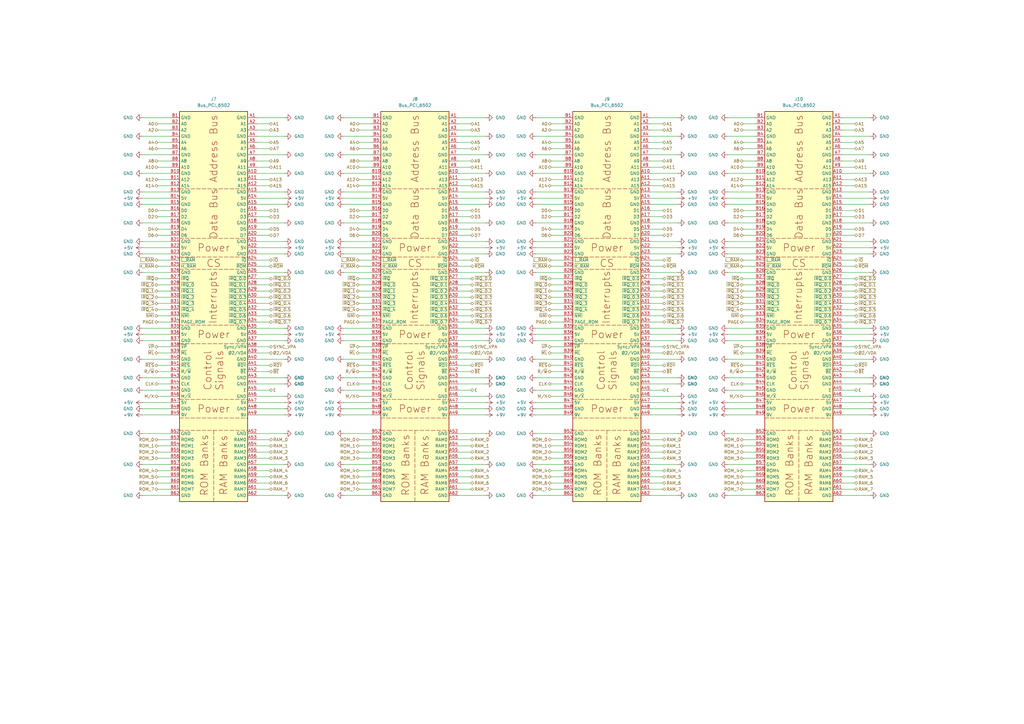
<source format=kicad_sch>
(kicad_sch (version 20231120) (generator "eeschema") (generator_version "8.0")
  (paper "A3")
  (title_block (title "SY65 Bus Card x16") (date "2024-06-16") (rev "1.0") (company "github.com/Synthron"))
  (wire (pts (xy 226.06 114.3) (xy 231.14 114.3)))
  (wire (pts (xy 350.52 149.86) (xy 345.44 149.86)))
  (wire (pts (xy 219.71 81.28) (xy 231.14 81.28)))
  (wire (pts (xy 304.8 142.24) (xy 309.88 142.24)))
  (wire (pts (xy 350.52 142.24) (xy 345.44 142.24)))
  (wire (pts (xy 304.8 109.22) (xy 309.88 109.22)))
  (wire (pts (xy 304.8 58.42) (xy 309.88 58.42)))
  (wire (pts (xy 271.78 114.3) (xy 266.7 114.3)))
  (wire (pts (xy 304.8 187.96) (xy 309.88 187.96)))
  (wire (pts (xy 278.13 99.06) (xy 266.7 99.06)))
  (wire (pts (xy 147.32 162.56) (xy 152.4 162.56)))
  (wire (pts (xy 271.78 200.66) (xy 266.7 200.66)))
  (wire (pts (xy 356.87 203.2) (xy 345.44 203.2)))
  (wire (pts (xy 278.13 71.12) (xy 266.7 71.12)))
  (wire (pts (xy 147.32 109.22) (xy 152.4 109.22)))
  (wire (pts (xy 110.49 180.34) (xy 105.41 180.34)))
  (wire (pts (xy 199.39 190.5) (xy 187.96 190.5)))
  (wire (pts (xy 58.42 63.5) (xy 69.85 63.5)))
  (wire (pts (xy 298.45 71.12) (xy 309.88 71.12)))
  (wire (pts (xy 140.97 101.6) (xy 152.4 101.6)))
  (wire (pts (xy 116.84 165.1) (xy 105.41 165.1)))
  (wire (pts (xy 350.52 200.66) (xy 345.44 200.66)))
  (wire (pts (xy 271.78 198.12) (xy 266.7 198.12)))
  (wire (pts (xy 64.77 200.66) (xy 69.85 200.66)))
  (wire (pts (xy 199.39 134.62) (xy 187.96 134.62)))
  (wire (pts (xy 64.77 129.54) (xy 69.85 129.54)))
  (wire (pts (xy 226.06 180.34) (xy 231.14 180.34)))
  (wire (pts (xy 147.32 200.66) (xy 152.4 200.66)))
  (wire (pts (xy 278.13 134.62) (xy 266.7 134.62)))
  (wire (pts (xy 356.87 71.12) (xy 345.44 71.12)))
  (wire (pts (xy 110.49 93.98) (xy 105.41 93.98)))
  (wire (pts (xy 58.42 55.88) (xy 69.85 55.88)))
  (wire (pts (xy 193.04 93.98) (xy 187.96 93.98)))
  (wire (pts (xy 304.8 124.46) (xy 309.88 124.46)))
  (wire (pts (xy 110.49 119.38) (xy 105.41 119.38)))
  (wire (pts (xy 140.97 147.32) (xy 152.4 147.32)))
  (wire (pts (xy 356.87 162.56) (xy 345.44 162.56)))
  (wire (pts (xy 140.97 99.06) (xy 152.4 99.06)))
  (wire (pts (xy 219.71 55.88) (xy 231.14 55.88)))
  (wire (pts (xy 147.32 93.98) (xy 152.4 93.98)))
  (wire (pts (xy 64.77 50.8) (xy 69.85 50.8)))
  (wire (pts (xy 147.32 149.86) (xy 152.4 149.86)))
  (wire (pts (xy 64.77 60.96) (xy 69.85 60.96)))
  (wire (pts (xy 116.84 154.94) (xy 105.41 154.94)))
  (wire (pts (xy 116.84 63.5) (xy 105.41 63.5)))
  (wire (pts (xy 271.78 144.78) (xy 266.7 144.78)))
  (wire (pts (xy 64.77 144.78) (xy 69.85 144.78)))
  (wire (pts (xy 271.78 68.58) (xy 266.7 68.58)))
  (wire (pts (xy 116.84 71.12) (xy 105.41 71.12)))
  (wire (pts (xy 193.04 58.42) (xy 187.96 58.42)))
  (wire (pts (xy 64.77 149.86) (xy 69.85 149.86)))
  (wire (pts (xy 64.77 157.48) (xy 69.85 157.48)))
  (wire (pts (xy 116.84 55.88) (xy 105.41 55.88)))
  (wire (pts (xy 140.97 134.62) (xy 152.4 134.62)))
  (wire (pts (xy 147.32 187.96) (xy 152.4 187.96)))
  (wire (pts (xy 226.06 193.04) (xy 231.14 193.04)))
  (wire (pts (xy 304.8 200.66) (xy 309.88 200.66)))
  (wire (pts (xy 64.77 76.2) (xy 69.85 76.2)))
  (wire (pts (xy 110.49 142.24) (xy 105.41 142.24)))
  (wire (pts (xy 304.8 116.84) (xy 309.88 116.84)))
  (wire (pts (xy 193.04 132.08) (xy 187.96 132.08)))
  (wire (pts (xy 140.97 111.76) (xy 152.4 111.76)))
  (wire (pts (xy 116.84 162.56) (xy 105.41 162.56)))
  (wire (pts (xy 304.8 60.96) (xy 309.88 60.96)))
  (wire (pts (xy 147.32 76.2) (xy 152.4 76.2)))
  (wire (pts (xy 350.52 121.92) (xy 345.44 121.92)))
  (wire (pts (xy 140.97 177.8) (xy 152.4 177.8)))
  (wire (pts (xy 226.06 200.66) (xy 231.14 200.66)))
  (wire (pts (xy 226.06 182.88) (xy 231.14 182.88)))
  (wire (pts (xy 356.87 101.6) (xy 345.44 101.6)))
  (wire (pts (xy 278.13 170.18) (xy 266.7 170.18)))
  (wire (pts (xy 350.52 198.12) (xy 345.44 198.12)))
  (wire (pts (xy 356.87 167.64) (xy 345.44 167.64)))
  (wire (pts (xy 116.84 134.62) (xy 105.41 134.62)))
  (wire (pts (xy 116.84 137.16) (xy 105.41 137.16)))
  (wire (pts (xy 193.04 152.4) (xy 187.96 152.4)))
  (wire (pts (xy 116.84 81.28) (xy 105.41 81.28)))
  (wire (pts (xy 278.13 137.16) (xy 266.7 137.16)))
  (wire (pts (xy 304.8 180.34) (xy 309.88 180.34)))
  (wire (pts (xy 64.77 182.88) (xy 69.85 182.88)))
  (wire (pts (xy 271.78 149.86) (xy 266.7 149.86)))
  (wire (pts (xy 271.78 50.8) (xy 266.7 50.8)))
  (wire (pts (xy 193.04 127) (xy 187.96 127)))
  (wire (pts (xy 350.52 86.36) (xy 345.44 86.36)))
  (wire (pts (xy 219.71 177.8) (xy 231.14 177.8)))
  (wire (pts (xy 304.8 144.78) (xy 309.88 144.78)))
  (wire (pts (xy 140.97 139.7) (xy 152.4 139.7)))
  (wire (pts (xy 271.78 96.52) (xy 266.7 96.52)))
  (wire (pts (xy 193.04 116.84) (xy 187.96 116.84)))
  (wire (pts (xy 140.97 137.16) (xy 152.4 137.16)))
  (wire (pts (xy 356.87 83.82) (xy 345.44 83.82)))
  (wire (pts (xy 64.77 121.92) (xy 69.85 121.92)))
  (wire (pts (xy 110.49 132.08) (xy 105.41 132.08)))
  (wire (pts (xy 193.04 180.34) (xy 187.96 180.34)))
  (wire (pts (xy 193.04 144.78) (xy 187.96 144.78)))
  (wire (pts (xy 226.06 157.48) (xy 231.14 157.48)))
  (wire (pts (xy 226.06 50.8) (xy 231.14 50.8)))
  (wire (pts (xy 219.71 78.74) (xy 231.14 78.74)))
  (wire (pts (xy 304.8 149.86) (xy 309.88 149.86)))
  (wire (pts (xy 298.45 137.16) (xy 309.88 137.16)))
  (wire (pts (xy 356.87 157.48) (xy 345.44 157.48)))
  (wire (pts (xy 147.32 185.42) (xy 152.4 185.42)))
  (wire (pts (xy 271.78 109.22) (xy 266.7 109.22)))
  (wire (pts (xy 271.78 60.96) (xy 266.7 60.96)))
  (wire (pts (xy 304.8 127) (xy 309.88 127)))
  (wire (pts (xy 147.32 144.78) (xy 152.4 144.78)))
  (wire (pts (xy 304.8 132.08) (xy 309.88 132.08)))
  (wire (pts (xy 356.87 91.44) (xy 345.44 91.44)))
  (wire (pts (xy 271.78 88.9) (xy 266.7 88.9)))
  (wire (pts (xy 193.04 124.46) (xy 187.96 124.46)))
  (wire (pts (xy 193.04 160.02) (xy 187.96 160.02)))
  (wire (pts (xy 64.77 195.58) (xy 69.85 195.58)))
  (wire (pts (xy 199.39 99.06) (xy 187.96 99.06)))
  (wire (pts (xy 226.06 162.56) (xy 231.14 162.56)))
  (wire (pts (xy 219.71 167.64) (xy 231.14 167.64)))
  (wire (pts (xy 350.52 119.38) (xy 345.44 119.38)))
  (wire (pts (xy 199.39 165.1) (xy 187.96 165.1)))
  (wire (pts (xy 147.32 88.9) (xy 152.4 88.9)))
  (wire (pts (xy 226.06 76.2) (xy 231.14 76.2)))
  (wire (pts (xy 278.13 101.6) (xy 266.7 101.6)))
  (wire (pts (xy 271.78 124.46) (xy 266.7 124.46)))
  (wire (pts (xy 304.8 96.52) (xy 309.88 96.52)))
  (wire (pts (xy 350.52 185.42) (xy 345.44 185.42)))
  (wire (pts (xy 193.04 68.58) (xy 187.96 68.58)))
  (wire (pts (xy 356.87 111.76) (xy 345.44 111.76)))
  (wire (pts (xy 356.87 55.88) (xy 345.44 55.88)))
  (wire (pts (xy 110.49 50.8) (xy 105.41 50.8)))
  (wire (pts (xy 110.49 127) (xy 105.41 127)))
  (wire (pts (xy 193.04 106.68) (xy 187.96 106.68)))
  (wire (pts (xy 226.06 96.52) (xy 231.14 96.52)))
  (wire (pts (xy 193.04 86.36) (xy 187.96 86.36)))
  (wire (pts (xy 356.87 78.74) (xy 345.44 78.74)))
  (wire (pts (xy 304.8 185.42) (xy 309.88 185.42)))
  (wire (pts (xy 226.06 68.58) (xy 231.14 68.58)))
  (wire (pts (xy 219.71 165.1) (xy 231.14 165.1)))
  (wire (pts (xy 271.78 180.34) (xy 266.7 180.34)))
  (wire (pts (xy 140.97 160.02) (xy 152.4 160.02)))
  (wire (pts (xy 110.49 96.52) (xy 105.41 96.52)))
  (wire (pts (xy 219.71 139.7) (xy 231.14 139.7)))
  (wire (pts (xy 58.42 177.8) (xy 69.85 177.8)))
  (wire (pts (xy 110.49 124.46) (xy 105.41 124.46)))
  (wire (pts (xy 304.8 193.04) (xy 309.88 193.04)))
  (wire (pts (xy 147.32 195.58) (xy 152.4 195.58)))
  (wire (pts (xy 199.39 139.7) (xy 187.96 139.7)))
  (wire (pts (xy 350.52 182.88) (xy 345.44 182.88)))
  (wire (pts (xy 298.45 139.7) (xy 309.88 139.7)))
  (wire (pts (xy 64.77 127) (xy 69.85 127)))
  (wire (pts (xy 58.42 190.5) (xy 69.85 190.5)))
  (wire (pts (xy 271.78 193.04) (xy 266.7 193.04)))
  (wire (pts (xy 219.71 111.76) (xy 231.14 111.76)))
  (wire (pts (xy 226.06 198.12) (xy 231.14 198.12)))
  (wire (pts (xy 298.45 203.2) (xy 309.88 203.2)))
  (wire (pts (xy 298.45 104.14) (xy 309.88 104.14)))
  (wire (pts (xy 58.42 104.14) (xy 69.85 104.14)))
  (wire (pts (xy 110.49 58.42) (xy 105.41 58.42)))
  (wire (pts (xy 278.13 190.5) (xy 266.7 190.5)))
  (wire (pts (xy 350.52 106.68) (xy 345.44 106.68)))
  (wire (pts (xy 226.06 106.68) (xy 231.14 106.68)))
  (wire (pts (xy 116.84 48.26) (xy 105.41 48.26)))
  (wire (pts (xy 271.78 53.34) (xy 266.7 53.34)))
  (wire (pts (xy 64.77 152.4) (xy 69.85 152.4)))
  (wire (pts (xy 58.42 81.28) (xy 69.85 81.28)))
  (wire (pts (xy 271.78 129.54) (xy 266.7 129.54)))
  (wire (pts (xy 199.39 154.94) (xy 187.96 154.94)))
  (wire (pts (xy 350.52 187.96) (xy 345.44 187.96)))
  (wire (pts (xy 278.13 167.64) (xy 266.7 167.64)))
  (wire (pts (xy 278.13 81.28) (xy 266.7 81.28)))
  (wire (pts (xy 271.78 142.24) (xy 266.7 142.24)))
  (wire (pts (xy 304.8 195.58) (xy 309.88 195.58)))
  (wire (pts (xy 350.52 160.02) (xy 345.44 160.02)))
  (wire (pts (xy 271.78 127) (xy 266.7 127)))
  (wire (pts (xy 147.32 182.88) (xy 152.4 182.88)))
  (wire (pts (xy 298.45 99.06) (xy 309.88 99.06)))
  (wire (pts (xy 278.13 91.44) (xy 266.7 91.44)))
  (wire (pts (xy 304.8 157.48) (xy 309.88 157.48)))
  (wire (pts (xy 64.77 86.36) (xy 69.85 86.36)))
  (wire (pts (xy 193.04 129.54) (xy 187.96 129.54)))
  (wire (pts (xy 110.49 149.86) (xy 105.41 149.86)))
  (wire (pts (xy 193.04 114.3) (xy 187.96 114.3)))
  (wire (pts (xy 116.84 177.8) (xy 105.41 177.8)))
  (wire (pts (xy 147.32 66.04) (xy 152.4 66.04)))
  (wire (pts (xy 147.32 50.8) (xy 152.4 50.8)))
  (wire (pts (xy 58.42 167.64) (xy 69.85 167.64)))
  (wire (pts (xy 199.39 177.8) (xy 187.96 177.8)))
  (wire (pts (xy 199.39 167.64) (xy 187.96 167.64)))
  (wire (pts (xy 219.71 134.62) (xy 231.14 134.62)))
  (wire (pts (xy 226.06 121.92) (xy 231.14 121.92)))
  (wire (pts (xy 356.87 99.06) (xy 345.44 99.06)))
  (wire (pts (xy 226.06 149.86) (xy 231.14 149.86)))
  (wire (pts (xy 110.49 185.42) (xy 105.41 185.42)))
  (wire (pts (xy 298.45 83.82) (xy 309.88 83.82)))
  (wire (pts (xy 199.39 48.26) (xy 187.96 48.26)))
  (wire (pts (xy 64.77 93.98) (xy 69.85 93.98)))
  (wire (pts (xy 116.84 111.76) (xy 105.41 111.76)))
  (wire (pts (xy 199.39 71.12) (xy 187.96 71.12)))
  (wire (pts (xy 350.52 88.9) (xy 345.44 88.9)))
  (wire (pts (xy 226.06 119.38) (xy 231.14 119.38)))
  (wire (pts (xy 58.42 71.12) (xy 69.85 71.12)))
  (wire (pts (xy 199.39 162.56) (xy 187.96 162.56)))
  (wire (pts (xy 110.49 200.66) (xy 105.41 200.66)))
  (wire (pts (xy 58.42 48.26) (xy 69.85 48.26)))
  (wire (pts (xy 64.77 180.34) (xy 69.85 180.34)))
  (wire (pts (xy 199.39 101.6) (xy 187.96 101.6)))
  (wire (pts (xy 304.8 152.4) (xy 309.88 152.4)))
  (wire (pts (xy 116.84 101.6) (xy 105.41 101.6)))
  (wire (pts (xy 298.45 177.8) (xy 309.88 177.8)))
  (wire (pts (xy 110.49 109.22) (xy 105.41 109.22)))
  (wire (pts (xy 226.06 88.9) (xy 231.14 88.9)))
  (wire (pts (xy 304.8 86.36) (xy 309.88 86.36)))
  (wire (pts (xy 110.49 182.88) (xy 105.41 182.88)))
  (wire (pts (xy 140.97 167.64) (xy 152.4 167.64)))
  (wire (pts (xy 350.52 96.52) (xy 345.44 96.52)))
  (wire (pts (xy 147.32 132.08) (xy 152.4 132.08)))
  (wire (pts (xy 147.32 106.68) (xy 152.4 106.68)))
  (wire (pts (xy 140.97 48.26) (xy 152.4 48.26)))
  (wire (pts (xy 350.52 180.34) (xy 345.44 180.34)))
  (wire (pts (xy 110.49 86.36) (xy 105.41 86.36)))
  (wire (pts (xy 116.84 190.5) (xy 105.41 190.5)))
  (wire (pts (xy 199.39 91.44) (xy 187.96 91.44)))
  (wire (pts (xy 193.04 73.66) (xy 187.96 73.66)))
  (wire (pts (xy 226.06 129.54) (xy 231.14 129.54)))
  (wire (pts (xy 147.32 124.46) (xy 152.4 124.46)))
  (wire (pts (xy 64.77 132.08) (xy 69.85 132.08)))
  (wire (pts (xy 271.78 152.4) (xy 266.7 152.4)))
  (wire (pts (xy 58.42 111.76) (xy 69.85 111.76)))
  (wire (pts (xy 298.45 165.1) (xy 309.88 165.1)))
  (wire (pts (xy 110.49 144.78) (xy 105.41 144.78)))
  (wire (pts (xy 219.71 63.5) (xy 231.14 63.5)))
  (wire (pts (xy 140.97 91.44) (xy 152.4 91.44)))
  (wire (pts (xy 271.78 93.98) (xy 266.7 93.98)))
  (wire (pts (xy 140.97 165.1) (xy 152.4 165.1)))
  (wire (pts (xy 219.71 104.14) (xy 231.14 104.14)))
  (wire (pts (xy 271.78 119.38) (xy 266.7 119.38)))
  (wire (pts (xy 58.42 160.02) (xy 69.85 160.02)))
  (wire (pts (xy 350.52 152.4) (xy 345.44 152.4)))
  (wire (pts (xy 219.71 137.16) (xy 231.14 137.16)))
  (wire (pts (xy 304.8 50.8) (xy 309.88 50.8)))
  (wire (pts (xy 58.42 134.62) (xy 69.85 134.62)))
  (wire (pts (xy 271.78 106.68) (xy 266.7 106.68)))
  (wire (pts (xy 140.97 78.74) (xy 152.4 78.74)))
  (wire (pts (xy 298.45 154.94) (xy 309.88 154.94)))
  (wire (pts (xy 110.49 53.34) (xy 105.41 53.34)))
  (wire (pts (xy 271.78 76.2) (xy 266.7 76.2)))
  (wire (pts (xy 110.49 187.96) (xy 105.41 187.96)))
  (wire (pts (xy 110.49 73.66) (xy 105.41 73.66)))
  (wire (pts (xy 304.8 66.04) (xy 309.88 66.04)))
  (wire (pts (xy 147.32 86.36) (xy 152.4 86.36)))
  (wire (pts (xy 278.13 83.82) (xy 266.7 83.82)))
  (wire (pts (xy 64.77 124.46) (xy 69.85 124.46)))
  (wire (pts (xy 350.52 76.2) (xy 345.44 76.2)))
  (wire (pts (xy 271.78 185.42) (xy 266.7 185.42)))
  (wire (pts (xy 350.52 53.34) (xy 345.44 53.34)))
  (wire (pts (xy 147.32 68.58) (xy 152.4 68.58)))
  (wire (pts (xy 356.87 134.62) (xy 345.44 134.62)))
  (wire (pts (xy 219.71 154.94) (xy 231.14 154.94)))
  (wire (pts (xy 199.39 81.28) (xy 187.96 81.28)))
  (wire (pts (xy 350.52 66.04) (xy 345.44 66.04)))
  (wire (pts (xy 356.87 177.8) (xy 345.44 177.8)))
  (wire (pts (xy 193.04 149.86) (xy 187.96 149.86)))
  (wire (pts (xy 64.77 116.84) (xy 69.85 116.84)))
  (wire (pts (xy 278.13 157.48) (xy 266.7 157.48)))
  (wire (pts (xy 350.52 109.22) (xy 345.44 109.22)))
  (wire (pts (xy 199.39 63.5) (xy 187.96 63.5)))
  (wire (pts (xy 226.06 116.84) (xy 231.14 116.84)))
  (wire (pts (xy 350.52 60.96) (xy 345.44 60.96)))
  (wire (pts (xy 64.77 114.3) (xy 69.85 114.3)))
  (wire (pts (xy 199.39 55.88) (xy 187.96 55.88)))
  (wire (pts (xy 64.77 193.04) (xy 69.85 193.04)))
  (wire (pts (xy 116.84 104.14) (xy 105.41 104.14)))
  (wire (pts (xy 193.04 96.52) (xy 187.96 96.52)))
  (wire (pts (xy 193.04 198.12) (xy 187.96 198.12)))
  (wire (pts (xy 64.77 109.22) (xy 69.85 109.22)))
  (wire (pts (xy 193.04 53.34) (xy 187.96 53.34)))
  (wire (pts (xy 140.97 63.5) (xy 152.4 63.5)))
  (wire (pts (xy 64.77 142.24) (xy 69.85 142.24)))
  (wire (pts (xy 350.52 50.8) (xy 345.44 50.8)))
  (wire (pts (xy 271.78 86.36) (xy 266.7 86.36)))
  (wire (pts (xy 298.45 134.62) (xy 309.88 134.62)))
  (wire (pts (xy 199.39 170.18) (xy 187.96 170.18)))
  (wire (pts (xy 147.32 58.42) (xy 152.4 58.42)))
  (wire (pts (xy 219.71 83.82) (xy 231.14 83.82)))
  (wire (pts (xy 110.49 160.02) (xy 105.41 160.02)))
  (wire (pts (xy 193.04 193.04) (xy 187.96 193.04)))
  (wire (pts (xy 58.42 91.44) (xy 69.85 91.44)))
  (wire (pts (xy 147.32 127) (xy 152.4 127)))
  (wire (pts (xy 110.49 121.92) (xy 105.41 121.92)))
  (wire (pts (xy 271.78 187.96) (xy 266.7 187.96)))
  (wire (pts (xy 278.13 162.56) (xy 266.7 162.56)))
  (wire (pts (xy 304.8 106.68) (xy 309.88 106.68)))
  (wire (pts (xy 304.8 68.58) (xy 309.88 68.58)))
  (wire (pts (xy 304.8 129.54) (xy 309.88 129.54)))
  (wire (pts (xy 304.8 73.66) (xy 309.88 73.66)))
  (wire (pts (xy 110.49 60.96) (xy 105.41 60.96)))
  (wire (pts (xy 356.87 147.32) (xy 345.44 147.32)))
  (wire (pts (xy 219.71 101.6) (xy 231.14 101.6)))
  (wire (pts (xy 64.77 96.52) (xy 69.85 96.52)))
  (wire (pts (xy 147.32 157.48) (xy 152.4 157.48)))
  (wire (pts (xy 271.78 116.84) (xy 266.7 116.84)))
  (wire (pts (xy 110.49 116.84) (xy 105.41 116.84)))
  (wire (pts (xy 64.77 68.58) (xy 69.85 68.58)))
  (wire (pts (xy 219.71 147.32) (xy 231.14 147.32)))
  (wire (pts (xy 147.32 53.34) (xy 152.4 53.34)))
  (wire (pts (xy 64.77 119.38) (xy 69.85 119.38)))
  (wire (pts (xy 193.04 185.42) (xy 187.96 185.42)))
  (wire (pts (xy 356.87 190.5) (xy 345.44 190.5)))
  (wire (pts (xy 116.84 170.18) (xy 105.41 170.18)))
  (wire (pts (xy 298.45 190.5) (xy 309.88 190.5)))
  (wire (pts (xy 350.52 114.3) (xy 345.44 114.3)))
  (wire (pts (xy 278.13 203.2) (xy 266.7 203.2)))
  (wire (pts (xy 226.06 185.42) (xy 231.14 185.42)))
  (wire (pts (xy 58.42 83.82) (xy 69.85 83.82)))
  (wire (pts (xy 64.77 106.68) (xy 69.85 106.68)))
  (wire (pts (xy 140.97 154.94) (xy 152.4 154.94)))
  (wire (pts (xy 350.52 193.04) (xy 345.44 193.04)))
  (wire (pts (xy 226.06 195.58) (xy 231.14 195.58)))
  (wire (pts (xy 193.04 88.9) (xy 187.96 88.9)))
  (wire (pts (xy 350.52 124.46) (xy 345.44 124.46)))
  (wire (pts (xy 298.45 111.76) (xy 309.88 111.76)))
  (wire (pts (xy 271.78 58.42) (xy 266.7 58.42)))
  (wire (pts (xy 304.8 88.9) (xy 309.88 88.9)))
  (wire (pts (xy 271.78 195.58) (xy 266.7 195.58)))
  (wire (pts (xy 278.13 55.88) (xy 266.7 55.88)))
  (wire (pts (xy 356.87 139.7) (xy 345.44 139.7)))
  (wire (pts (xy 147.32 152.4) (xy 152.4 152.4)))
  (wire (pts (xy 110.49 66.04) (xy 105.41 66.04)))
  (wire (pts (xy 226.06 60.96) (xy 231.14 60.96)))
  (wire (pts (xy 64.77 66.04) (xy 69.85 66.04)))
  (wire (pts (xy 298.45 91.44) (xy 309.88 91.44)))
  (wire (pts (xy 199.39 111.76) (xy 187.96 111.76)))
  (wire (pts (xy 147.32 60.96) (xy 152.4 60.96)))
  (wire (pts (xy 58.42 78.74) (xy 69.85 78.74)))
  (wire (pts (xy 58.42 137.16) (xy 69.85 137.16)))
  (wire (pts (xy 298.45 167.64) (xy 309.88 167.64)))
  (wire (pts (xy 226.06 58.42) (xy 231.14 58.42)))
  (wire (pts (xy 304.8 114.3) (xy 309.88 114.3)))
  (wire (pts (xy 58.42 99.06) (xy 69.85 99.06)))
  (wire (pts (xy 147.32 180.34) (xy 152.4 180.34)))
  (wire (pts (xy 271.78 160.02) (xy 266.7 160.02)))
  (wire (pts (xy 298.45 160.02) (xy 309.88 160.02)))
  (wire (pts (xy 199.39 203.2) (xy 187.96 203.2)))
  (wire (pts (xy 199.39 137.16) (xy 187.96 137.16)))
  (wire (pts (xy 278.13 154.94) (xy 266.7 154.94)))
  (wire (pts (xy 58.42 101.6) (xy 69.85 101.6)))
  (wire (pts (xy 304.8 119.38) (xy 309.88 119.38)))
  (wire (pts (xy 193.04 119.38) (xy 187.96 119.38)))
  (wire (pts (xy 64.77 88.9) (xy 69.85 88.9)))
  (wire (pts (xy 271.78 132.08) (xy 266.7 132.08)))
  (wire (pts (xy 193.04 66.04) (xy 187.96 66.04)))
  (wire (pts (xy 226.06 144.78) (xy 231.14 144.78)))
  (wire (pts (xy 298.45 170.18) (xy 309.88 170.18)))
  (wire (pts (xy 356.87 154.94) (xy 345.44 154.94)))
  (wire (pts (xy 140.97 170.18) (xy 152.4 170.18)))
  (wire (pts (xy 116.84 203.2) (xy 105.41 203.2)))
  (wire (pts (xy 226.06 127) (xy 231.14 127)))
  (wire (pts (xy 110.49 88.9) (xy 105.41 88.9)))
  (wire (pts (xy 219.71 71.12) (xy 231.14 71.12)))
  (wire (pts (xy 193.04 76.2) (xy 187.96 76.2)))
  (wire (pts (xy 219.71 190.5) (xy 231.14 190.5)))
  (wire (pts (xy 356.87 81.28) (xy 345.44 81.28)))
  (wire (pts (xy 298.45 48.26) (xy 309.88 48.26)))
  (wire (pts (xy 193.04 195.58) (xy 187.96 195.58)))
  (wire (pts (xy 110.49 68.58) (xy 105.41 68.58)))
  (wire (pts (xy 226.06 152.4) (xy 231.14 152.4)))
  (wire (pts (xy 350.52 127) (xy 345.44 127)))
  (wire (pts (xy 350.52 73.66) (xy 345.44 73.66)))
  (wire (pts (xy 193.04 121.92) (xy 187.96 121.92)))
  (wire (pts (xy 219.71 160.02) (xy 231.14 160.02)))
  (wire (pts (xy 58.42 203.2) (xy 69.85 203.2)))
  (wire (pts (xy 219.71 170.18) (xy 231.14 170.18)))
  (wire (pts (xy 199.39 157.48) (xy 187.96 157.48)))
  (wire (pts (xy 110.49 129.54) (xy 105.41 129.54)))
  (wire (pts (xy 226.06 124.46) (xy 231.14 124.46)))
  (wire (pts (xy 110.49 152.4) (xy 105.41 152.4)))
  (wire (pts (xy 350.52 132.08) (xy 345.44 132.08)))
  (wire (pts (xy 199.39 104.14) (xy 187.96 104.14)))
  (wire (pts (xy 226.06 187.96) (xy 231.14 187.96)))
  (wire (pts (xy 116.84 157.48) (xy 105.41 157.48)))
  (wire (pts (xy 219.71 203.2) (xy 231.14 203.2)))
  (wire (pts (xy 219.71 99.06) (xy 231.14 99.06)))
  (wire (pts (xy 278.13 165.1) (xy 266.7 165.1)))
  (wire (pts (xy 193.04 142.24) (xy 187.96 142.24)))
  (wire (pts (xy 193.04 50.8) (xy 187.96 50.8)))
  (wire (pts (xy 199.39 78.74) (xy 187.96 78.74)))
  (wire (pts (xy 147.32 198.12) (xy 152.4 198.12)))
  (wire (pts (xy 199.39 147.32) (xy 187.96 147.32)))
  (wire (pts (xy 193.04 182.88) (xy 187.96 182.88)))
  (wire (pts (xy 226.06 109.22) (xy 231.14 109.22)))
  (wire (pts (xy 278.13 147.32) (xy 266.7 147.32)))
  (wire (pts (xy 226.06 66.04) (xy 231.14 66.04)))
  (wire (pts (xy 58.42 139.7) (xy 69.85 139.7)))
  (wire (pts (xy 304.8 198.12) (xy 309.88 198.12)))
  (wire (pts (xy 271.78 73.66) (xy 266.7 73.66)))
  (wire (pts (xy 226.06 132.08) (xy 231.14 132.08)))
  (wire (pts (xy 58.42 165.1) (xy 69.85 165.1)))
  (wire (pts (xy 64.77 187.96) (xy 69.85 187.96)))
  (wire (pts (xy 116.84 99.06) (xy 105.41 99.06)))
  (wire (pts (xy 116.84 83.82) (xy 105.41 83.82)))
  (wire (pts (xy 304.8 182.88) (xy 309.88 182.88)))
  (wire (pts (xy 278.13 177.8) (xy 266.7 177.8)))
  (wire (pts (xy 226.06 86.36) (xy 231.14 86.36)))
  (wire (pts (xy 116.84 91.44) (xy 105.41 91.44)))
  (wire (pts (xy 226.06 53.34) (xy 231.14 53.34)))
  (wire (pts (xy 64.77 58.42) (xy 69.85 58.42)))
  (wire (pts (xy 110.49 195.58) (xy 105.41 195.58)))
  (wire (pts (xy 356.87 48.26) (xy 345.44 48.26)))
  (wire (pts (xy 271.78 121.92) (xy 266.7 121.92)))
  (wire (pts (xy 147.32 116.84) (xy 152.4 116.84)))
  (wire (pts (xy 193.04 109.22) (xy 187.96 109.22)))
  (wire (pts (xy 298.45 147.32) (xy 309.88 147.32)))
  (wire (pts (xy 147.32 73.66) (xy 152.4 73.66)))
  (wire (pts (xy 110.49 193.04) (xy 105.41 193.04)))
  (wire (pts (xy 278.13 48.26) (xy 266.7 48.26)))
  (wire (pts (xy 298.45 81.28) (xy 309.88 81.28)))
  (wire (pts (xy 350.52 144.78) (xy 345.44 144.78)))
  (wire (pts (xy 356.87 104.14) (xy 345.44 104.14)))
  (wire (pts (xy 226.06 73.66) (xy 231.14 73.66)))
  (wire (pts (xy 140.97 190.5) (xy 152.4 190.5)))
  (wire (pts (xy 116.84 78.74) (xy 105.41 78.74)))
  (wire (pts (xy 350.52 68.58) (xy 345.44 68.58)))
  (wire (pts (xy 116.84 167.64) (xy 105.41 167.64)))
  (wire (pts (xy 140.97 83.82) (xy 152.4 83.82)))
  (wire (pts (xy 116.84 147.32) (xy 105.41 147.32)))
  (wire (pts (xy 110.49 106.68) (xy 105.41 106.68)))
  (wire (pts (xy 278.13 63.5) (xy 266.7 63.5)))
  (wire (pts (xy 64.77 162.56) (xy 69.85 162.56)))
  (wire (pts (xy 193.04 187.96) (xy 187.96 187.96)))
  (wire (pts (xy 356.87 165.1) (xy 345.44 165.1)))
  (wire (pts (xy 298.45 63.5) (xy 309.88 63.5)))
  (wire (pts (xy 304.8 162.56) (xy 309.88 162.56)))
  (wire (pts (xy 304.8 121.92) (xy 309.88 121.92)))
  (wire (pts (xy 350.52 195.58) (xy 345.44 195.58)))
  (wire (pts (xy 226.06 93.98) (xy 231.14 93.98)))
  (wire (pts (xy 350.52 93.98) (xy 345.44 93.98)))
  (wire (pts (xy 350.52 116.84) (xy 345.44 116.84)))
  (wire (pts (xy 298.45 101.6) (xy 309.88 101.6)))
  (wire (pts (xy 140.97 81.28) (xy 152.4 81.28)))
  (wire (pts (xy 147.32 96.52) (xy 152.4 96.52)))
  (wire (pts (xy 110.49 198.12) (xy 105.41 198.12)))
  (wire (pts (xy 64.77 53.34) (xy 69.85 53.34)))
  (wire (pts (xy 64.77 73.66) (xy 69.85 73.66)))
  (wire (pts (xy 58.42 154.94) (xy 69.85 154.94)))
  (wire (pts (xy 356.87 170.18) (xy 345.44 170.18)))
  (wire (pts (xy 110.49 76.2) (xy 105.41 76.2)))
  (wire (pts (xy 278.13 111.76) (xy 266.7 111.76)))
  (wire (pts (xy 304.8 93.98) (xy 309.88 93.98)))
  (wire (pts (xy 356.87 63.5) (xy 345.44 63.5)))
  (wire (pts (xy 147.32 193.04) (xy 152.4 193.04)))
  (wire (pts (xy 64.77 198.12) (xy 69.85 198.12)))
  (wire (pts (xy 219.71 91.44) (xy 231.14 91.44)))
  (wire (pts (xy 304.8 53.34) (xy 309.88 53.34)))
  (wire (pts (xy 226.06 142.24) (xy 231.14 142.24)))
  (wire (pts (xy 64.77 185.42) (xy 69.85 185.42)))
  (wire (pts (xy 298.45 78.74) (xy 309.88 78.74)))
  (wire (pts (xy 193.04 60.96) (xy 187.96 60.96)))
  (wire (pts (xy 278.13 78.74) (xy 266.7 78.74)))
  (wire (pts (xy 58.42 170.18) (xy 69.85 170.18)))
  (wire (pts (xy 356.87 137.16) (xy 345.44 137.16)))
  (wire (pts (xy 199.39 83.82) (xy 187.96 83.82)))
  (wire (pts (xy 116.84 139.7) (xy 105.41 139.7)))
  (wire (pts (xy 278.13 104.14) (xy 266.7 104.14)))
  (wire (pts (xy 278.13 139.7) (xy 266.7 139.7)))
  (wire (pts (xy 147.32 114.3) (xy 152.4 114.3)))
  (wire (pts (xy 350.52 129.54) (xy 345.44 129.54)))
  (wire (pts (xy 271.78 66.04) (xy 266.7 66.04)))
  (wire (pts (xy 140.97 55.88) (xy 152.4 55.88)))
  (wire (pts (xy 58.42 147.32) (xy 69.85 147.32)))
  (wire (pts (xy 298.45 55.88) (xy 309.88 55.88)))
  (wire (pts (xy 147.32 129.54) (xy 152.4 129.54)))
  (wire (pts (xy 271.78 182.88) (xy 266.7 182.88)))
  (wire (pts (xy 140.97 104.14) (xy 152.4 104.14)))
  (wire (pts (xy 193.04 200.66) (xy 187.96 200.66)))
  (wire (pts (xy 110.49 114.3) (xy 105.41 114.3)))
  (wire (pts (xy 219.71 48.26) (xy 231.14 48.26)))
  (wire (pts (xy 147.32 119.38) (xy 152.4 119.38)))
  (wire (pts (xy 350.52 58.42) (xy 345.44 58.42)))
  (wire (pts (xy 147.32 121.92) (xy 152.4 121.92)))
  (wire (pts (xy 140.97 203.2) (xy 152.4 203.2)))
  (wire (pts (xy 147.32 142.24) (xy 152.4 142.24)))
  (wire (pts (xy 140.97 71.12) (xy 152.4 71.12)))
  (wire (pts (xy 304.8 76.2) (xy 309.88 76.2)))
  (hierarchical_label "~{IRQ_0}" (shape bidirectional) (at 147.32 116.84 180))
  (hierarchical_label "A2" (shape bidirectional) (at 64.77 53.34 180))
  (hierarchical_label "D6" (shape bidirectional) (at 304.8 96.52 180))
  (hierarchical_label "~{ROM}" (shape bidirectional) (at 110.49 109.22 0))
  (hierarchical_label "ROM_7" (shape bidirectional) (at 64.77 200.66 180))
  (hierarchical_label "SYNC_VPA" (shape bidirectional) (at 350.52 142.24 0))
  (hierarchical_label "~{IRQ_3}" (shape bidirectional) (at 147.32 124.46 180))
  (hierarchical_label "~{IRQ_0.4}" (shape bidirectional) (at 350.52 124.46 0))
  (hierarchical_label "A9" (shape bidirectional) (at 110.49 66.04 0))
  (hierarchical_label "~{IRQ_0.3}" (shape bidirectional) (at 110.49 121.92 0))
  (hierarchical_label "D4" (shape bidirectional) (at 64.77 93.98 180))
  (hierarchical_label "A3" (shape bidirectional) (at 193.04 53.34 0))
  (hierarchical_label "~{BE}" (shape bidirectional) (at 271.78 152.4 0))
  (hierarchical_label "RAM_1" (shape bidirectional) (at 350.52 182.88 0))
  (hierarchical_label "A6" (shape bidirectional) (at 226.06 60.96 180))
  (hierarchical_label "~{IRQ_0.4}" (shape bidirectional) (at 193.04 124.46 0))
  (hierarchical_label "A7" (shape bidirectional) (at 193.04 60.96 0))
  (hierarchical_label "D7" (shape bidirectional) (at 271.78 96.52 0))
  (hierarchical_label "ROM_4" (shape bidirectional) (at 147.32 193.04 180))
  (hierarchical_label "~{IRQ_0.1}" (shape bidirectional) (at 350.52 116.84 0))
  (hierarchical_label "Ø2{slash}VDA" (shape bidirectional) (at 193.04 144.78 0))
  (hierarchical_label "~{IRQ_0.5}" (shape bidirectional) (at 193.04 127 0))
  (hierarchical_label "~{IRQ_0}" (shape bidirectional) (at 304.8 116.84 180))
  (hierarchical_label "ROM_1" (shape bidirectional) (at 64.77 182.88 180))
  (hierarchical_label "E" (shape bidirectional) (at 350.52 160.02 0))
  (hierarchical_label "RAM_5" (shape bidirectional) (at 350.52 195.58 0))
  (hierarchical_label "RAM_5" (shape bidirectional) (at 271.78 195.58 0))
  (hierarchical_label "D1" (shape bidirectional) (at 350.52 86.36 0))
  (hierarchical_label "~{BE}" (shape bidirectional) (at 110.49 152.4 0))
  (hierarchical_label "~{H_RAM}" (shape bidirectional) (at 304.8 109.22 180))
  (hierarchical_label "~{IRQ_1}" (shape bidirectional) (at 147.32 119.38 180))
  (hierarchical_label "~{BE}" (shape bidirectional) (at 193.04 152.4 0))
  (hierarchical_label "ROM_7" (shape bidirectional) (at 304.8 200.66 180))
  (hierarchical_label "RAM_2" (shape bidirectional) (at 350.52 185.42 0))
  (hierarchical_label "~{IRQ_0}" (shape bidirectional) (at 64.77 116.84 180))
  (hierarchical_label "D2" (shape bidirectional) (at 226.06 88.9 180))
  (hierarchical_label "A3" (shape bidirectional) (at 271.78 53.34 0))
  (hierarchical_label "~{IRQ_3}" (shape bidirectional) (at 64.77 124.46 180))
  (hierarchical_label "RAM_0" (shape bidirectional) (at 350.52 180.34 0))
  (hierarchical_label "~{NMI}" (shape bidirectional) (at 147.32 129.54 180))
  (hierarchical_label "R{slash}~{W}" (shape bidirectional) (at 304.8 152.4 180))
  (hierarchical_label "RAM_2" (shape bidirectional) (at 193.04 185.42 0))
  (hierarchical_label "~{H_RAM}" (shape bidirectional) (at 147.32 109.22 180))
  (hierarchical_label "ROM_0" (shape bidirectional) (at 304.8 180.34 180))
  (hierarchical_label "RAM_5" (shape bidirectional) (at 193.04 195.58 0))
  (hierarchical_label "~{IRQ_0.3}" (shape bidirectional) (at 271.78 121.92 0))
  (hierarchical_label "D1" (shape bidirectional) (at 271.78 86.36 0))
  (hierarchical_label "ROM_5" (shape bidirectional) (at 304.8 195.58 180))
  (hierarchical_label "A6" (shape bidirectional) (at 304.8 60.96 180))
  (hierarchical_label "RAM_7" (shape bidirectional) (at 350.52 200.66 0))
  (hierarchical_label "~{IRQ_0.0}" (shape bidirectional) (at 350.52 114.3 0))
  (hierarchical_label "~{IRQ_0.4}" (shape bidirectional) (at 271.78 124.46 0))
  (hierarchical_label "CLK" (shape bidirectional) (at 226.06 157.48 180))
  (hierarchical_label "RAM_6" (shape bidirectional) (at 110.49 198.12 0))
  (hierarchical_label "ROM_0" (shape bidirectional) (at 226.06 180.34 180))
  (hierarchical_label "RAM_3" (shape bidirectional) (at 350.52 187.96 0))
  (hierarchical_label "~{IRQ_0.2}" (shape bidirectional) (at 271.78 119.38 0))
  (hierarchical_label "~{ML}" (shape bidirectional) (at 304.8 144.78 180))
  (hierarchical_label "A2" (shape bidirectional) (at 226.06 53.34 180))
  (hierarchical_label "Ø2{slash}VDA" (shape bidirectional) (at 350.52 144.78 0))
  (hierarchical_label "~{ROM}" (shape bidirectional) (at 350.52 109.22 0))
  (hierarchical_label "E" (shape bidirectional) (at 110.49 160.02 0))
  (hierarchical_label "~{VP}" (shape bidirectional) (at 226.06 142.24 180))
  (hierarchical_label "M{slash}X" (shape bidirectional) (at 147.32 162.56 180))
  (hierarchical_label "~{IRQ_0.6}" (shape bidirectional) (at 350.52 129.54 0))
  (hierarchical_label "RAM_4" (shape bidirectional) (at 271.78 193.04 0))
  (hierarchical_label "D3" (shape bidirectional) (at 110.49 88.9 0))
  (hierarchical_label "PAGE" (shape bidirectional) (at 64.77 132.08 180))
  (hierarchical_label "A9" (shape bidirectional) (at 271.78 66.04 0))
  (hierarchical_label "D4" (shape bidirectional) (at 147.32 93.98 180))
  (hierarchical_label "A11" (shape bidirectional) (at 350.52 68.58 0))
  (hierarchical_label "RAM_0" (shape bidirectional) (at 271.78 180.34 0))
  (hierarchical_label "PAGE" (shape bidirectional) (at 304.8 132.08 180))
  (hierarchical_label "~{IRQ_0.2}" (shape bidirectional) (at 193.04 119.38 0))
  (hierarchical_label "D7" (shape bidirectional) (at 110.49 96.52 0))
  (hierarchical_label "SYNC_VPA" (shape bidirectional) (at 271.78 142.24 0))
  (hierarchical_label "R{slash}~{W}" (shape bidirectional) (at 226.06 152.4 180))
  (hierarchical_label "D0" (shape bidirectional) (at 147.32 86.36 180))
  (hierarchical_label "A12" (shape bidirectional) (at 226.06 73.66 180))
  (hierarchical_label "ROM_5" (shape bidirectional) (at 226.06 195.58 180))
  (hierarchical_label "A13" (shape bidirectional) (at 271.78 73.66 0))
  (hierarchical_label "D3" (shape bidirectional) (at 350.52 88.9 0))
  (hierarchical_label "~{IRQ_0.3}" (shape bidirectional) (at 350.52 121.92 0))
  (hierarchical_label "~{IRQ_1}" (shape bidirectional) (at 64.77 119.38 180))
  (hierarchical_label "~{IRQ_0.7}" (shape bidirectional) (at 350.52 132.08 0))
  (hierarchical_label "~{ML}" (shape bidirectional) (at 147.32 144.78 180))
  (hierarchical_label "~{H_RAM}" (shape bidirectional) (at 226.06 109.22 180))
  (hierarchical_label "ROM_1" (shape bidirectional) (at 226.06 182.88 180))
  (hierarchical_label "~{IRQ}" (shape bidirectional) (at 64.77 114.3 180))
  (hierarchical_label "~{IRQ_4}" (shape bidirectional) (at 64.77 127 180))
  (hierarchical_label "A6" (shape bidirectional) (at 147.32 60.96 180))
  (hierarchical_label "ROM_2" (shape bidirectional) (at 147.32 185.42 180))
  (hierarchical_label "ROM_7" (shape bidirectional) (at 147.32 200.66 180))
  (hierarchical_label "~{IRQ_0.1}" (shape bidirectional) (at 110.49 116.84 0))
  (hierarchical_label "A7" (shape bidirectional) (at 350.52 60.96 0))
  (hierarchical_label "~{IRQ_0.2}" (shape bidirectional) (at 350.52 119.38 0))
  (hierarchical_label "~{RES}" (shape bidirectional) (at 64.77 149.86 180))
  (hierarchical_label "A0" (shape bidirectional) (at 304.8 50.8 180))
  (hierarchical_label "~{L_RAM}" (shape bidirectional) (at 147.32 106.68 180))
  (hierarchical_label "D7" (shape bidirectional) (at 350.52 96.52 0))
  (hierarchical_label "A7" (shape bidirectional) (at 110.49 60.96 0))
  (hierarchical_label "RAM_3" (shape bidirectional) (at 193.04 187.96 0))
  (hierarchical_label "~{VP}" (shape bidirectional) (at 147.32 142.24 180))
  (hierarchical_label "ROM_4" (shape bidirectional) (at 226.06 193.04 180))
  (hierarchical_label "~{RES}" (shape bidirectional) (at 226.06 149.86 180))
  (hierarchical_label "A8" (shape bidirectional) (at 147.32 66.04 180))
  (hierarchical_label "M{slash}X" (shape bidirectional) (at 64.77 162.56 180))
  (hierarchical_label "PAGE" (shape bidirectional) (at 226.06 132.08 180))
  (hierarchical_label "D7" (shape bidirectional) (at 193.04 96.52 0))
  (hierarchical_label "D2" (shape bidirectional) (at 64.77 88.9 180))
  (hierarchical_label "A12" (shape bidirectional) (at 147.32 73.66 180))
  (hierarchical_label "~{IRQ_0.0}" (shape bidirectional) (at 271.78 114.3 0))
  (hierarchical_label "RAM_7" (shape bidirectional) (at 271.78 200.66 0))
  (hierarchical_label "CLK" (shape bidirectional) (at 147.32 157.48 180))
  (hierarchical_label "D5" (shape bidirectional) (at 350.52 93.98 0))
  (hierarchical_label "~{IRQ_3}" (shape bidirectional) (at 304.8 124.46 180))
  (hierarchical_label "RAM_2" (shape bidirectional) (at 271.78 185.42 0))
  (hierarchical_label "A9" (shape bidirectional) (at 193.04 66.04 0))
  (hierarchical_label "~{IRQ_0.0}" (shape bidirectional) (at 193.04 114.3 0))
  (hierarchical_label "~{IO}" (shape bidirectional) (at 193.04 106.68 0))
  (hierarchical_label "A2" (shape bidirectional) (at 147.32 53.34 180))
  (hierarchical_label "A4" (shape bidirectional) (at 64.77 58.42 180))
  (hierarchical_label "RAM_4" (shape bidirectional) (at 110.49 193.04 0))
  (hierarchical_label "~{NMI}" (shape bidirectional) (at 226.06 129.54 180))
  (hierarchical_label "ROM_6" (shape bidirectional) (at 226.06 198.12 180))
  (hierarchical_label "E" (shape bidirectional) (at 193.04 160.02 0))
  (hierarchical_label "~{RDY}" (shape bidirectional) (at 350.52 149.86 0))
  (hierarchical_label "D6" (shape bidirectional) (at 64.77 96.52 180))
  (hierarchical_label "~{IO}" (shape bidirectional) (at 350.52 106.68 0))
  (hierarchical_label "D4" (shape bidirectional) (at 226.06 93.98 180))
  (hierarchical_label "RAM_1" (shape bidirectional) (at 193.04 182.88 0))
  (hierarchical_label "RAM_6" (shape bidirectional) (at 271.78 198.12 0))
  (hierarchical_label "ROM_3" (shape bidirectional) (at 226.06 187.96 180))
  (hierarchical_label "A11" (shape bidirectional) (at 271.78 68.58 0))
  (hierarchical_label "A11" (shape bidirectional) (at 193.04 68.58 0))
  (hierarchical_label "~{IRQ_2}" (shape bidirectional) (at 147.32 121.92 180))
  (hierarchical_label "~{ROM}" (shape bidirectional) (at 193.04 109.22 0))
  (hierarchical_label "~{IRQ_0.4}" (shape bidirectional) (at 110.49 124.46 0))
  (hierarchical_label "ROM_1" (shape bidirectional) (at 147.32 182.88 180))
  (hierarchical_label "A12" (shape bidirectional) (at 64.77 73.66 180))
  (hierarchical_label "~{IRQ_0.7}" (shape bidirectional) (at 110.49 132.08 0))
  (hierarchical_label "A15" (shape bidirectional) (at 350.52 76.2 0))
  (hierarchical_label "~{IRQ_0.7}" (shape bidirectional) (at 193.04 132.08 0))
  (hierarchical_label "~{IRQ}" (shape bidirectional) (at 304.8 114.3 180))
  (hierarchical_label "~{IRQ_0.5}" (shape bidirectional) (at 350.52 127 0))
  (hierarchical_label "~{IRQ}" (shape bidirectional) (at 226.06 114.3 180))
  (hierarchical_label "RAM_5" (shape bidirectional) (at 110.49 195.58 0))
  (hierarchical_label "A3" (shape bidirectional) (at 350.52 53.34 0))
  (hierarchical_label "A10" (shape bidirectional) (at 147.32 68.58 180))
  (hierarchical_label "A14" (shape bidirectional) (at 147.32 76.2 180))
  (hierarchical_label "A1" (shape bidirectional) (at 271.78 50.8 0))
  (hierarchical_label "~{ML}" (shape bidirectional) (at 64.77 144.78 180))
  (hierarchical_label "M{slash}X" (shape bidirectional) (at 226.06 162.56 180))
  (hierarchical_label "RAM_1" (shape bidirectional) (at 271.78 182.88 0))
  (hierarchical_label "ROM_1" (shape bidirectional) (at 304.8 182.88 180))
  (hierarchical_label "A8" (shape bidirectional) (at 226.06 66.04 180))
  (hierarchical_label "A12" (shape bidirectional) (at 304.8 73.66 180))
  (hierarchical_label "D5" (shape bidirectional) (at 271.78 93.98 0))
  (hierarchical_label "A15" (shape bidirectional) (at 193.04 76.2 0))
  (hierarchical_label "A5" (shape bidirectional) (at 193.04 58.42 0))
  (hierarchical_label "~{RES}" (shape bidirectional) (at 304.8 149.86 180))
  (hierarchical_label "~{L_RAM}" (shape bidirectional) (at 304.8 106.68 180))
  (hierarchical_label "A13" (shape bidirectional) (at 193.04 73.66 0))
  (hierarchical_label "ROM_5" (shape bidirectional) (at 147.32 195.58 180))
  (hierarchical_label "A5" (shape bidirectional) (at 271.78 58.42 0))
  (hierarchical_label "~{IRQ_0.6}" (shape bidirectional) (at 193.04 129.54 0))
  (hierarchical_label "~{IRQ_0.0}" (shape bidirectional) (at 110.49 114.3 0))
  (hierarchical_label "~{IO}" (shape bidirectional) (at 110.49 106.68 0))
  (hierarchical_label "CLK" (shape bidirectional) (at 64.77 157.48 180))
  (hierarchical_label "RAM_6" (shape bidirectional) (at 193.04 198.12 0))
  (hierarchical_label "RAM_2" (shape bidirectional) (at 110.49 185.42 0))
  (hierarchical_label "D0" (shape bidirectional) (at 226.06 86.36 180))
  (hierarchical_label "A7" (shape bidirectional) (at 271.78 60.96 0))
  (hierarchical_label "RAM_3" (shape bidirectional) (at 110.49 187.96 0))
  (hierarchical_label "RAM_7" (shape bidirectional) (at 110.49 200.66 0))
  (hierarchical_label "A0" (shape bidirectional) (at 64.77 50.8 180))
  (hierarchical_label "A8" (shape bidirectional) (at 304.8 66.04 180))
  (hierarchical_label "~{IRQ_4}" (shape bidirectional) (at 226.06 127 180))
  (hierarchical_label "D3" (shape bidirectional) (at 271.78 88.9 0))
  (hierarchical_label "CLK" (shape bidirectional) (at 304.8 157.48 180))
  (hierarchical_label "A1" (shape bidirectional) (at 110.49 50.8 0))
  (hierarchical_label "SYNC_VPA" (shape bidirectional) (at 110.49 142.24 0))
  (hierarchical_label "E" (shape bidirectional) (at 271.78 160.02 0))
  (hierarchical_label "~{RDY}" (shape bidirectional) (at 193.04 149.86 0))
  (hierarchical_label "ROM_3" (shape bidirectional) (at 64.77 187.96 180))
  (hierarchical_label "~{IRQ_2}" (shape bidirectional) (at 226.06 121.92 180))
  (hierarchical_label "A4" (shape bidirectional) (at 304.8 58.42 180))
  (hierarchical_label "D6" (shape bidirectional) (at 226.06 96.52 180))
  (hierarchical_label "~{IRQ_1}" (shape bidirectional) (at 226.06 119.38 180))
  (hierarchical_label "D1" (shape bidirectional) (at 193.04 86.36 0))
  (hierarchical_label "ROM_5" (shape bidirectional) (at 64.77 195.58 180))
  (hierarchical_label "~{BE}" (shape bidirectional) (at 350.52 152.4 0))
  (hierarchical_label "Ø2{slash}VDA" (shape bidirectional) (at 110.49 144.78 0))
  (hierarchical_label "~{VP}" (shape bidirectional) (at 304.8 142.24 180))
  (hierarchical_label "ROM_2" (shape bidirectional) (at 226.06 185.42 180))
  (hierarchical_label "ROM_0" (shape bidirectional) (at 64.77 180.34 180))
  (hierarchical_label "M{slash}X" (shape bidirectional) (at 304.8 162.56 180))
  (hierarchical_label "ROM_6" (shape bidirectional) (at 64.77 198.12 180))
  (hierarchical_label "D1" (shape bidirectional) (at 110.49 86.36 0))
  (hierarchical_label "ROM_3" (shape bidirectional) (at 304.8 187.96 180))
  (hierarchical_label "ROM_7" (shape bidirectional) (at 226.06 200.66 180))
  (hierarchical_label "~{IO}" (shape bidirectional) (at 271.78 106.68 0))
  (hierarchical_label "D6" (shape bidirectional) (at 147.32 96.52 180))
  (hierarchical_label "A13" (shape bidirectional) (at 110.49 73.66 0))
  (hierarchical_label "A15" (shape bidirectional) (at 271.78 76.2 0))
  (hierarchical_label "~{IRQ_0.1}" (shape bidirectional) (at 271.78 116.84 0))
  (hierarchical_label "A5" (shape bidirectional) (at 350.52 58.42 0))
  (hierarchical_label "ROM_2" (shape bidirectional) (at 304.8 185.42 180))
  (hierarchical_label "A4" (shape bidirectional) (at 226.06 58.42 180))
  (hierarchical_label "ROM_4" (shape bidirectional) (at 304.8 193.04 180))
  (hierarchical_label "ROM_3" (shape bidirectional) (at 147.32 187.96 180))
  (hierarchical_label "A2" (shape bidirectional) (at 304.8 53.34 180))
  (hierarchical_label "PAGE" (shape bidirectional) (at 147.32 132.08 180))
  (hierarchical_label "~{IRQ_0}" (shape bidirectional) (at 226.06 116.84 180))
  (hierarchical_label "~{IRQ_0.7}" (shape bidirectional) (at 271.78 132.08 0))
  (hierarchical_label "~{IRQ_4}" (shape bidirectional) (at 304.8 127 180))
  (hierarchical_label "A8" (shape bidirectional) (at 64.77 66.04 180))
  (hierarchical_label "A3" (shape bidirectional) (at 110.49 53.34 0))
  (hierarchical_label "A10" (shape bidirectional) (at 304.8 68.58 180))
  (hierarchical_label "ROM_0" (shape bidirectional) (at 147.32 180.34 180))
  (hierarchical_label "A10" (shape bidirectional) (at 64.77 68.58 180))
  (hierarchical_label "D3" (shape bidirectional) (at 193.04 88.9 0))
  (hierarchical_label "A1" (shape bidirectional) (at 193.04 50.8 0))
  (hierarchical_label "~{IRQ_1}" (shape bidirectional) (at 304.8 119.38 180))
  (hierarchical_label "~{IRQ_0.1}" (shape bidirectional) (at 193.04 116.84 0))
  (hierarchical_label "~{IRQ_3}" (shape bidirectional) (at 226.06 124.46 180))
  (hierarchical_label "ROM_2" (shape bidirectional) (at 64.77 185.42 180))
  (hierarchical_label "D2" (shape bidirectional) (at 304.8 88.9 180))
  (hierarchical_label "D5" (shape bidirectional) (at 193.04 93.98 0))
  (hierarchical_label "~{ROM}" (shape bidirectional) (at 271.78 109.22 0))
  (hierarchical_label "A4" (shape bidirectional) (at 147.32 58.42 180))
  (hierarchical_label "Ø2{slash}VDA" (shape bidirectional) (at 271.78 144.78 0))
  (hierarchical_label "A9" (shape bidirectional) (at 350.52 66.04 0))
  (hierarchical_label "RAM_6" (shape bidirectional) (at 350.52 198.12 0))
  (hierarchical_label "~{IRQ_0.2}" (shape bidirectional) (at 110.49 119.38 0))
  (hierarchical_label "A14" (shape bidirectional) (at 64.77 76.2 180))
  (hierarchical_label "ROM_6" (shape bidirectional) (at 304.8 198.12 180))
  (hierarchical_label "RAM_4" (shape bidirectional) (at 193.04 193.04 0))
  (hierarchical_label "~{IRQ_0.6}" (shape bidirectional) (at 271.78 129.54 0))
  (hierarchical_label "R{slash}~{W}" (shape bidirectional) (at 147.32 152.4 180))
  (hierarchical_label "~{VP}" (shape bidirectional) (at 64.77 142.24 180))
  (hierarchical_label "A14" (shape bidirectional) (at 226.06 76.2 180))
  (hierarchical_label "~{IRQ_0.5}" (shape bidirectional) (at 110.49 127 0))
  (hierarchical_label "~{IRQ_0.3}" (shape bidirectional) (at 193.04 121.92 0))
  (hierarchical_label "~{IRQ_4}" (shape bidirectional) (at 147.32 127 180))
  (hierarchical_label "A13" (shape bidirectional) (at 350.52 73.66 0))
  (hierarchical_label "A6" (shape bidirectional) (at 64.77 60.96 180))
  (hierarchical_label "D5" (shape bidirectional) (at 110.49 93.98 0))
  (hierarchical_label "A15" (shape bidirectional) (at 110.49 76.2 0))
  (hierarchical_label "D4" (shape bidirectional) (at 304.8 93.98 180))
  (hierarchical_label "D2" (shape bidirectional) (at 147.32 88.9 180))
  (hierarchical_label "~{IRQ}" (shape bidirectional) (at 147.32 114.3 180))
  (hierarchical_label "RAM_3" (shape bidirectional) (at 271.78 187.96 0))
  (hierarchical_label "A14" (shape bidirectional) (at 304.8 76.2 180))
  (hierarchical_label "RAM_7" (shape bidirectional) (at 193.04 200.66 0))
  (hierarchical_label "~{IRQ_0.6}" (shape bidirectional) (at 110.49 129.54 0))
  (hierarchical_label "~{IRQ_0.5}" (shape bidirectional) (at 271.78 127 0))
  (hierarchical_label "~{ML}" (shape bidirectional) (at 226.06 144.78 180))
  (hierarchical_label "A5" (shape bidirectional) (at 110.49 58.42 0))
  (hierarchical_label "SYNC_VPA" (shape bidirectional) (at 193.04 142.24 0))
  (hierarchical_label "~{L_RAM}" (shape bidirectional) (at 226.06 106.68 180))
  (hierarchical_label "A1" (shape bidirectional) (at 350.52 50.8 0))
  (hierarchical_label "~{RES}" (shape bidirectional) (at 147.32 149.86 180))
  (hierarchical_label "RAM_0" (shape bidirectional) (at 110.49 180.34 0))
  (hierarchical_label "~{RDY}" (shape bidirectional) (at 110.49 149.86 0))
  (hierarchical_label "RAM_0" (shape bidirectional) (at 193.04 180.34 0))
  (hierarchical_label "R{slash}~{W}" (shape bidirectional) (at 64.77 152.4 180))
  (hierarchical_label "A11" (shape bidirectional) (at 110.49 68.58 0))
  (hierarchical_label "ROM_4" (shape bidirectional) (at 64.77 193.04 180))
  (hierarchical_label "~{IRQ_2}" (shape bidirectional) (at 304.8 121.92 180))
  (hierarchical_label "~{IRQ_2}" (shape bidirectional) (at 64.77 121.92 180))
  (hierarchical_label "~{L_RAM}" (shape bidirectional) (at 64.77 106.68 180))
  (hierarchical_label "~{NMI}" (shape bidirectional) (at 304.8 129.54 180))
  (hierarchical_label "RAM_4" (shape bidirectional) (at 350.52 193.04 0))
  (hierarchical_label "~{NMI}" (shape bidirectional) (at 64.77 129.54 180))
  (hierarchical_label "RAM_1" (shape bidirectional) (at 110.49 182.88 0))
  (hierarchical_label "D0" (shape bidirectional) (at 64.77 86.36 180))
  (hierarchical_label "A0" (shape bidirectional) (at 147.32 50.8 180))
  (hierarchical_label "A0" (shape bidirectional) (at 226.06 50.8 180))
  (hierarchical_label "~{H_RAM}" (shape bidirectional) (at 64.77 109.22 180))
  (hierarchical_label "~{RDY}" (shape bidirectional) (at 271.78 149.86 0))
  (hierarchical_label "A10" (shape bidirectional) (at 226.06 68.58 180))
  (hierarchical_label "ROM_6" (shape bidirectional) (at 147.32 198.12 180))
  (hierarchical_label "D0" (shape bidirectional) (at 304.8 86.36 180))
  (symbol (lib_id "power:GND") (at 356.87 104.14 90) (mirror x) (unit 1)
    (property "Reference" "#PWR0306" (effects (hide yes)))
    (property "Value" "GND" (at 360.68 104.1399 90) (effects (justify right)))
    (property "Description" "Power symbol creates a global label with name \"GND\" , ground" (effects (hide yes)))
    (instances (project "Bus_Card" (path "" (reference "#PWR0306") (unit 1)) (path "" (reference "#PWR0698") (unit 1)) (path "" (reference "#PWR0502") (unit 1)) (path "" (reference "#PWR0110") (unit 1))))
  )
  (symbol (lib_id "power:GND") (at 298.45 91.44 270) (unit 1)
    (property "Reference" "#PWR0281" (effects (hide yes)))
    (property "Value" "GND" (at 294.64 91.4399 90) (effects (justify right)))
    (property "Description" "Power symbol creates a global label with name \"GND\" , ground" (effects (hide yes)))
    (instances (project "Bus_Card" (path "" (reference "#PWR0281") (unit 1)) (path "" (reference "#PWR0673") (unit 1)) (path "" (reference "#PWR0477") (unit 1)) (path "" (reference "#PWR085") (unit 1))))
  )
  (symbol (lib_id "power:GND") (at 356.87 147.32 90) (mirror x) (unit 1)
    (property "Reference" "#PWR0346" (effects (hide yes)))
    (property "Value" "GND" (at 360.68 147.3199 90) (effects (justify right)))
    (property "Description" "Power symbol creates a global label with name \"GND\" , ground" (effects (hide yes)))
    (instances (project "Bus_Card" (path "" (reference "#PWR0346") (unit 1)) (path "" (reference "#PWR0738") (unit 1)) (path "" (reference "#PWR0542") (unit 1)) (path "" (reference "#PWR0150") (unit 1))))
  )
  (symbol (lib_id "power:GND") (at 58.42 203.2 270) (unit 1)
    (property "Reference" "#PWR0407" (effects (hide yes)))
    (property "Value" "GND" (at 54.61 203.1999 90) (effects (justify right)))
    (property "Description" "Power symbol creates a global label with name \"GND\" , ground" (effects (hide yes)))
    (instances (project "Bus_Card" (path "" (reference "#PWR0407") (unit 1)) (path "" (reference "#PWR0799") (unit 1)) (path "" (reference "#PWR0603") (unit 1)) (path "" (reference "#PWR0211") (unit 1))))
  )
  (symbol (lib_id "power:GND") (at 140.97 177.8 270) (unit 1)
    (property "Reference" "#PWR0393" (effects (hide yes)))
    (property "Value" "GND" (at 137.16 177.7999 90) (effects (justify right)))
    (property "Description" "Power symbol creates a global label with name \"GND\" , ground" (effects (hide yes)))
    (instances (project "Bus_Card" (path "" (reference "#PWR0393") (unit 1)) (path "" (reference "#PWR0785") (unit 1)) (path "" (reference "#PWR0589") (unit 1)) (path "" (reference "#PWR0197") (unit 1))))
  )
  (symbol (lib_id "power:GND") (at 356.87 154.94 90) (mirror x) (unit 1)
    (property "Reference" "#PWR0354" (effects (hide yes)))
    (property "Value" "GND" (at 360.68 154.9399 90) (effects (justify right)))
    (property "Description" "Power symbol creates a global label with name \"GND\" , ground" (effects (hide yes)))
    (instances (project "Bus_Card" (path "" (reference "#PWR0354") (unit 1)) (path "" (reference "#PWR0746") (unit 1)) (path "" (reference "#PWR0550") (unit 1)) (path "" (reference "#PWR0158") (unit 1))))
  )
  (symbol (lib_id "power:GND") (at 140.97 48.26 270) (unit 1)
    (property "Reference" "#PWR0221" (effects (hide yes)))
    (property "Value" "GND" (at 137.16 48.2599 90) (effects (justify right)))
    (property "Description" "Power symbol creates a global label with name \"GND\" , ground" (effects (hide yes)))
    (instances (project "Bus_Card" (path "" (reference "#PWR0221") (unit 1)) (path "" (reference "#PWR0613") (unit 1)) (path "" (reference "#PWR0417") (unit 1)) (path "" (reference "#PWR025") (unit 1))))
  )
  (symbol (lib_id "power:+5V") (at 219.71 165.1 90) (unit 1)
    (property "Reference" "#PWR0371" (effects (hide yes)))
    (property "Value" "+5V" (at 215.9 165.0999 90) (effects (justify left)))
    (property "Description" "Power symbol creates a global label with name \"+5V\"" (effects (hide yes)))
    (instances (project "Bus_Card" (path "" (reference "#PWR0371") (unit 1)) (path "" (reference "#PWR0763") (unit 1)) (path "" (reference "#PWR0567") (unit 1)) (path "" (reference "#PWR0175") (unit 1))))
  )
  (symbol (lib_id "power:GND") (at 140.97 91.44 270) (unit 1)
    (property "Reference" "#PWR0277" (effects (hide yes)))
    (property "Value" "GND" (at 137.16 91.4399 90) (effects (justify right)))
    (property "Description" "Power symbol creates a global label with name \"GND\" , ground" (effects (hide yes)))
    (instances (project "Bus_Card" (path "" (reference "#PWR0277") (unit 1)) (path "" (reference "#PWR0669") (unit 1)) (path "" (reference "#PWR0473") (unit 1)) (path "" (reference "#PWR081") (unit 1))))
  )
  (symbol (lib_id "power:+5V") (at 219.71 101.6 90) (unit 1)
    (property "Reference" "#PWR0295" (effects (hide yes)))
    (property "Value" "+5V" (at 215.9 101.5999 90) (effects (justify left)))
    (property "Description" "Power symbol creates a global label with name \"+5V\"" (effects (hide yes)))
    (instances (project "Bus_Card" (path "" (reference "#PWR0295") (unit 1)) (path "" (reference "#PWR0687") (unit 1)) (path "" (reference "#PWR0491") (unit 1)) (path "" (reference "#PWR099") (unit 1))))
  )
  (symbol (lib_id "power:+5V") (at 356.87 101.6 270) (mirror x) (unit 1)
    (property "Reference" "#PWR0298" (effects (hide yes)))
    (property "Value" "+5V" (at 360.68 101.5999 90) (effects (justify left)))
    (property "Description" "Power symbol creates a global label with name \"+5V\"" (effects (hide yes)))
    (instances (project "Bus_Card" (path "" (reference "#PWR0298") (unit 1)) (path "" (reference "#PWR0690") (unit 1)) (path "" (reference "#PWR0494") (unit 1)) (path "" (reference "#PWR0102") (unit 1))))
  )
  (symbol (lib_id "power:GND") (at 298.45 48.26 270) (unit 1)
    (property "Reference" "#PWR0225" (effects (hide yes)))
    (property "Value" "GND" (at 294.64 48.2599 90) (effects (justify right)))
    (property "Description" "Power symbol creates a global label with name \"GND\" , ground" (effects (hide yes)))
    (instances (project "Bus_Card" (path "" (reference "#PWR0225") (unit 1)) (path "" (reference "#PWR0617") (unit 1)) (path "" (reference "#PWR0421") (unit 1)) (path "" (reference "#PWR029") (unit 1))))
  )
  (symbol (lib_id "power:GND") (at 219.71 55.88 270) (unit 1)
    (property "Reference" "#PWR0231" (effects (hide yes)))
    (property "Value" "GND" (at 215.9 55.8799 90) (effects (justify right)))
    (property "Description" "Power symbol creates a global label with name \"GND\" , ground" (effects (hide yes)))
    (instances (project "Bus_Card" (path "" (reference "#PWR0231") (unit 1)) (path "" (reference "#PWR0623") (unit 1)) (path "" (reference "#PWR0427") (unit 1)) (path "" (reference "#PWR035") (unit 1))))
  )
  (symbol (lib_id "power:GND") (at 278.13 91.44 90) (mirror x) (unit 1)
    (property "Reference" "#PWR0280" (effects (hide yes)))
    (property "Value" "GND" (at 281.94 91.4399 90) (effects (justify right)))
    (property "Description" "Power symbol creates a global label with name \"GND\" , ground" (effects (hide yes)))
    (instances (project "Bus_Card" (path "" (reference "#PWR0280") (unit 1)) (path "" (reference "#PWR0672") (unit 1)) (path "" (reference "#PWR0476") (unit 1)) (path "" (reference "#PWR084") (unit 1))))
  )
  (symbol (lib_id "power:GND") (at 298.45 167.64 270) (unit 1)
    (property "Reference" "#PWR0381" (effects (hide yes)))
    (property "Value" "GND" (at 294.64 167.6399 90) (effects (justify right)))
    (property "Description" "Power symbol creates a global label with name \"GND\" , ground" (effects (hide yes)))
    (instances (project "Bus_Card" (path "" (reference "#PWR0381") (unit 1)) (path "" (reference "#PWR0773") (unit 1)) (path "" (reference "#PWR0577") (unit 1)) (path "" (reference "#PWR0185") (unit 1))))
  )
  (symbol (lib_id "power:+5V") (at 278.13 101.6 270) (mirror x) (unit 1)
    (property "Reference" "#PWR0296" (effects (hide yes)))
    (property "Value" "+5V" (at 281.94 101.5999 90) (effects (justify left)))
    (property "Description" "Power symbol creates a global label with name \"+5V\"" (effects (hide yes)))
    (instances (project "Bus_Card" (path "" (reference "#PWR0296") (unit 1)) (path "" (reference "#PWR0688") (unit 1)) (path "" (reference "#PWR0492") (unit 1)) (path "" (reference "#PWR0100") (unit 1))))
  )
  (symbol (lib_id "power:+5V") (at 278.13 81.28 270) (mirror x) (unit 1)
    (property "Reference" "#PWR0264" (effects (hide yes)))
    (property "Value" "+5V" (at 281.94 81.2799 90) (effects (justify left)))
    (property "Description" "Power symbol creates a global label with name \"+5V\"" (effects (hide yes)))
    (instances (project "Bus_Card" (path "" (reference "#PWR0264") (unit 1)) (path "" (reference "#PWR0656") (unit 1)) (path "" (reference "#PWR0460") (unit 1)) (path "" (reference "#PWR068") (unit 1))))
  )
  (symbol (lib_id "power:+5V") (at 219.71 137.16 90) (unit 1)
    (property "Reference" "#PWR0327" (effects (hide yes)))
    (property "Value" "+5V" (at 215.9 137.1599 90) (effects (justify left)))
    (property "Description" "Power symbol creates a global label with name \"+5V\"" (effects (hide yes)))
    (instances (project "Bus_Card" (path "" (reference "#PWR0327") (unit 1)) (path "" (reference "#PWR0719") (unit 1)) (path "" (reference "#PWR0523") (unit 1)) (path "" (reference "#PWR0131") (unit 1))))
  )
  (symbol (lib_id "power:GND") (at 140.97 167.64 270) (unit 1)
    (property "Reference" "#PWR0377" (effects (hide yes)))
    (property "Value" "GND" (at 137.16 167.6399 90) (effects (justify right)))
    (property "Description" "Power symbol creates a global label with name \"GND\" , ground" (effects (hide yes)))
    (instances (project "Bus_Card" (path "" (reference "#PWR0377") (unit 1)) (path "" (reference "#PWR0769") (unit 1)) (path "" (reference "#PWR0573") (unit 1)) (path "" (reference "#PWR0181") (unit 1))))
  )
  (symbol (lib_id "power:GND") (at 199.39 63.5 90) (mirror x) (unit 1)
    (property "Reference" "#PWR0238" (effects (hide yes)))
    (property "Value" "GND" (at 203.2 63.4999 90) (effects (justify right)))
    (property "Description" "Power symbol creates a global label with name \"GND\" , ground" (effects (hide yes)))
    (instances (project "Bus_Card" (path "" (reference "#PWR0238") (unit 1)) (path "" (reference "#PWR0630") (unit 1)) (path "" (reference "#PWR0434") (unit 1)) (path "" (reference "#PWR042") (unit 1))))
  )
  (symbol (lib_id "power:+9V") (at 278.13 170.18 270) (mirror x) (unit 1)
    (property "Reference" "#PWR0388" (effects (hide yes)))
    (property "Value" "+9V" (at 281.94 170.1799 90) (effects (justify left)))
    (property "Description" "Power symbol creates a global label with name \"+9V\"" (effects (hide yes)))
    (instances (project "Bus_Card" (path "" (reference "#PWR0388") (unit 1)) (path "" (reference "#PWR0780") (unit 1)) (path "" (reference "#PWR0584") (unit 1)) (path "" (reference "#PWR0192") (unit 1))))
  )
  (symbol (lib_id "power:GND") (at 278.13 71.12 90) (mirror x) (unit 1)
    (property "Reference" "#PWR0248" (effects (hide yes)))
    (property "Value" "GND" (at 281.94 71.1199 90) (effects (justify right)))
    (property "Description" "Power symbol creates a global label with name \"GND\" , ground" (effects (hide yes)))
    (instances (project "Bus_Card" (path "" (reference "#PWR0248") (unit 1)) (path "" (reference "#PWR0640") (unit 1)) (path "" (reference "#PWR0444") (unit 1)) (path "" (reference "#PWR052") (unit 1))))
  )
  (symbol (lib_id "power:GND") (at 140.97 63.5 270) (unit 1)
    (property "Reference" "#PWR0237" (effects (hide yes)))
    (property "Value" "GND" (at 137.16 63.4999 90) (effects (justify right)))
    (property "Description" "Power symbol creates a global label with name \"GND\" , ground" (effects (hide yes)))
    (instances (project "Bus_Card" (path "" (reference "#PWR0237") (unit 1)) (path "" (reference "#PWR0629") (unit 1)) (path "" (reference "#PWR0433") (unit 1)) (path "" (reference "#PWR041") (unit 1))))
  )
  (symbol (lib_id "power:GND") (at 58.42 139.7 270) (unit 1)
    (property "Reference" "#PWR0331" (effects (hide yes)))
    (property "Value" "GND" (at 54.61 139.6999 90) (effects (justify right)))
    (property "Description" "Power symbol creates a global label with name \"GND\" , ground" (effects (hide yes)))
    (instances (project "Bus_Card" (path "" (reference "#PWR0331") (unit 1)) (path "" (reference "#PWR0723") (unit 1)) (path "" (reference "#PWR0527") (unit 1)) (path "" (reference "#PWR0135") (unit 1))))
  )
  (symbol (lib_id "power:+5V") (at 298.45 165.1 90) (unit 1)
    (property "Reference" "#PWR0373" (effects (hide yes)))
    (property "Value" "+5V" (at 294.64 165.0999 90) (effects (justify left)))
    (property "Description" "Power symbol creates a global label with name \"+5V\"" (effects (hide yes)))
    (instances (project "Bus_Card" (path "" (reference "#PWR0373") (unit 1)) (path "" (reference "#PWR0765") (unit 1)) (path "" (reference "#PWR0569") (unit 1)) (path "" (reference "#PWR0177") (unit 1))))
  )
  (symbol (lib_id "power:GND") (at 58.42 177.8 270) (unit 1)
    (property "Reference" "#PWR0391" (effects (hide yes)))
    (property "Value" "GND" (at 54.61 177.7999 90) (effects (justify right)))
    (property "Description" "Power symbol creates a global label with name \"GND\" , ground" (effects (hide yes)))
    (instances (project "Bus_Card" (path "" (reference "#PWR0391") (unit 1)) (path "" (reference "#PWR0783") (unit 1)) (path "" (reference "#PWR0587") (unit 1)) (path "" (reference "#PWR0195") (unit 1))))
  )
  (symbol (lib_id "power:GND") (at 58.42 190.5 270) (unit 1)
    (property "Reference" "#PWR0399" (effects (hide yes)))
    (property "Value" "GND" (at 54.61 190.4999 90) (effects (justify right)))
    (property "Description" "Power symbol creates a global label with name \"GND\" , ground" (effects (hide yes)))
    (instances (project "Bus_Card" (path "" (reference "#PWR0399") (unit 1)) (path "" (reference "#PWR0791") (unit 1)) (path "" (reference "#PWR0595") (unit 1)) (path "" (reference "#PWR0203") (unit 1))))
  )
  (symbol (lib_id "power:GND") (at 298.45 203.2 270) (unit 1)
    (property "Reference" "#PWR0413" (effects (hide yes)))
    (property "Value" "GND" (at 294.64 203.1999 90) (effects (justify right)))
    (property "Description" "Power symbol creates a global label with name \"GND\" , ground" (effects (hide yes)))
    (instances (project "Bus_Card" (path "" (reference "#PWR0413") (unit 1)) (path "" (reference "#PWR0805") (unit 1)) (path "" (reference "#PWR0609") (unit 1)) (path "" (reference "#PWR0217") (unit 1))))
  )
  (symbol (lib_id "power:GND") (at 58.42 134.62 270) (unit 1)
    (property "Reference" "#PWR0315" (effects (hide yes)))
    (property "Value" "GND" (at 54.61 134.6199 90) (effects (justify right)))
    (property "Description" "Power symbol creates a global label with name \"GND\" , ground" (effects (hide yes)))
    (instances (project "Bus_Card" (path "" (reference "#PWR0315") (unit 1)) (path "" (reference "#PWR0707") (unit 1)) (path "" (reference "#PWR0511") (unit 1)) (path "" (reference "#PWR0119") (unit 1))))
  )
  (symbol (lib_id "power:GND") (at 219.71 63.5 270) (unit 1)
    (property "Reference" "#PWR0239" (effects (hide yes)))
    (property "Value" "GND" (at 215.9 63.4999 90) (effects (justify right)))
    (property "Description" "Power symbol creates a global label with name \"GND\" , ground" (effects (hide yes)))
    (instances (project "Bus_Card" (path "" (reference "#PWR0239") (unit 1)) (path "" (reference "#PWR0631") (unit 1)) (path "" (reference "#PWR0435") (unit 1)) (path "" (reference "#PWR043") (unit 1))))
  )
  (symbol (lib_id "power:GND") (at 278.13 203.2 90) (unit 1)
    (property "Reference" "#PWR0412" (effects (hide yes)))
    (property "Value" "GND" (at 281.94 203.2001 90) (effects (justify right)))
    (property "Description" "Power symbol creates a global label with name \"GND\" , ground" (effects (hide yes)))
    (instances (project "Bus_Card" (path "" (reference "#PWR0412") (unit 1)) (path "" (reference "#PWR0804") (unit 1)) (path "" (reference "#PWR0608") (unit 1)) (path "" (reference "#PWR0216") (unit 1))))
  )
  (symbol (lib_id "power:GND") (at 116.84 154.94 90) (mirror x) (unit 1)
    (property "Reference" "#PWR0348" (effects (hide yes)))
    (property "Value" "GND" (at 120.65 154.9399 90) (effects (justify right)))
    (property "Description" "Power symbol creates a global label with name \"GND\" , ground" (effects (hide yes)))
    (instances (project "Bus_Card" (path "" (reference "#PWR0348") (unit 1)) (path "" (reference "#PWR0740") (unit 1)) (path "" (reference "#PWR0544") (unit 1)) (path "" (reference "#PWR0152") (unit 1))))
  )
  (symbol (lib_id "power:GND") (at 219.71 99.06 270) (unit 1)
    (property "Reference" "#PWR0287" (effects (hide yes)))
    (property "Value" "GND" (at 215.9 99.0599 90) (effects (justify right)))
    (property "Description" "Power symbol creates a global label with name \"GND\" , ground" (effects (hide yes)))
    (instances (project "Bus_Card" (path "" (reference "#PWR0287") (unit 1)) (path "" (reference "#PWR0679") (unit 1)) (path "" (reference "#PWR0483") (unit 1)) (path "" (reference "#PWR091") (unit 1))))
  )
  (symbol (lib_id "power:GND") (at 140.97 55.88 270) (unit 1)
    (property "Reference" "#PWR0229" (effects (hide yes)))
    (property "Value" "GND" (at 137.16 55.8799 90) (effects (justify right)))
    (property "Description" "Power symbol creates a global label with name \"GND\" , ground" (effects (hide yes)))
    (instances (project "Bus_Card" (path "" (reference "#PWR0229") (unit 1)) (path "" (reference "#PWR0621") (unit 1)) (path "" (reference "#PWR0425") (unit 1)) (path "" (reference "#PWR033") (unit 1))))
  )
  (symbol (lib_id "power:GND") (at 278.13 139.7 90) (mirror x) (unit 1)
    (property "Reference" "#PWR0336" (effects (hide yes)))
    (property "Value" "GND" (at 281.94 139.6999 90) (effects (justify right)))
    (property "Description" "Power symbol creates a global label with name \"GND\" , ground" (effects (hide yes)))
    (instances (project "Bus_Card" (path "" (reference "#PWR0336") (unit 1)) (path "" (reference "#PWR0728") (unit 1)) (path "" (reference "#PWR0532") (unit 1)) (path "" (reference "#PWR0140") (unit 1))))
  )
  (symbol (lib_id "power:GND") (at 116.84 104.14 90) (mirror x) (unit 1)
    (property "Reference" "#PWR0300" (effects (hide yes)))
    (property "Value" "GND" (at 120.65 104.1399 90) (effects (justify right)))
    (property "Description" "Power symbol creates a global label with name \"GND\" , ground" (effects (hide yes)))
    (instances (project "Bus_Card" (path "" (reference "#PWR0300") (unit 1)) (path "" (reference "#PWR0692") (unit 1)) (path "" (reference "#PWR0496") (unit 1)) (path "" (reference "#PWR0104") (unit 1))))
  )
  (symbol (lib_id "power:GND") (at 278.13 162.56 90) (mirror x) (unit 1)
    (property "Reference" "#PWR0365" (effects (hide yes)))
    (property "Value" "GND" (at 281.94 162.5599 90) (effects (justify right)))
    (property "Description" "Power symbol creates a global label with name \"GND\" , ground" (effects (hide yes)))
    (instances (project "Bus_Card" (path "" (reference "#PWR0365") (unit 1)) (path "" (reference "#PWR0757") (unit 1)) (path "" (reference "#PWR0561") (unit 1)) (path "" (reference "#PWR0169") (unit 1))))
  )
  (symbol (lib_id "power:GND") (at 278.13 147.32 90) (mirror x) (unit 1)
    (property "Reference" "#PWR0344" (effects (hide yes)))
    (property "Value" "GND" (at 281.94 147.3199 90) (effects (justify right)))
    (property "Description" "Power symbol creates a global label with name \"GND\" , ground" (effects (hide yes)))
    (instances (project "Bus_Card" (path "" (reference "#PWR0344") (unit 1)) (path "" (reference "#PWR0736") (unit 1)) (path "" (reference "#PWR0540") (unit 1)) (path "" (reference "#PWR0148") (unit 1))))
  )
  (symbol (lib_id "power:GND") (at 199.39 203.2 90) (unit 1)
    (property "Reference" "#PWR0410" (effects (hide yes)))
    (property "Value" "GND" (at 203.2 203.2001 90) (effects (justify right)))
    (property "Description" "Power symbol creates a global label with name \"GND\" , ground" (effects (hide yes)))
    (instances (project "Bus_Card" (path "" (reference "#PWR0410") (unit 1)) (path "" (reference "#PWR0802") (unit 1)) (path "" (reference "#PWR0606") (unit 1)) (path "" (reference "#PWR0214") (unit 1))))
  )
  (symbol (lib_id "power:GND") (at 116.84 139.7 90) (mirror x) (unit 1)
    (property "Reference" "#PWR0332" (effects (hide yes)))
    (property "Value" "GND" (at 120.65 139.6999 90) (effects (justify right)))
    (property "Description" "Power symbol creates a global label with name \"GND\" , ground" (effects (hide yes)))
    (instances (project "Bus_Card" (path "" (reference "#PWR0332") (unit 1)) (path "" (reference "#PWR0724") (unit 1)) (path "" (reference "#PWR0528") (unit 1)) (path "" (reference "#PWR0136") (unit 1))))
  )
  (symbol (lib_id "power:GND") (at 219.71 71.12 270) (unit 1)
    (property "Reference" "#PWR0247" (effects (hide yes)))
    (property "Value" "GND" (at 215.9 71.1199 90) (effects (justify right)))
    (property "Description" "Power symbol creates a global label with name \"GND\" , ground" (effects (hide yes)))
    (instances (project "Bus_Card" (path "" (reference "#PWR0247") (unit 1)) (path "" (reference "#PWR0639") (unit 1)) (path "" (reference "#PWR0443") (unit 1)) (path "" (reference "#PWR051") (unit 1))))
  )
  (symbol (lib_id "power:+5V") (at 116.84 81.28 270) (mirror x) (unit 1)
    (property "Reference" "#PWR0260" (effects (hide yes)))
    (property "Value" "+5V" (at 120.65 81.2799 90) (effects (justify left)))
    (property "Description" "Power symbol creates a global label with name \"+5V\"" (effects (hide yes)))
    (instances (project "Bus_Card" (path "" (reference "#PWR0260") (unit 1)) (path "" (reference "#PWR0652") (unit 1)) (path "" (reference "#PWR0456") (unit 1)) (path "" (reference "#PWR064") (unit 1))))
  )
  (symbol (lib_id "power:GND") (at 116.84 167.64 90) (mirror x) (unit 1)
    (property "Reference" "#PWR0376" (effects (hide yes)))
    (property "Value" "GND" (at 120.65 167.6399 90) (effects (justify right)))
    (property "Description" "Power symbol creates a global label with name \"GND\" , ground" (effects (hide yes)))
    (instances (project "Bus_Card" (path "" (reference "#PWR0376") (unit 1)) (path "" (reference "#PWR0768") (unit 1)) (path "" (reference "#PWR0572") (unit 1)) (path "" (reference "#PWR0180") (unit 1))))
  )
  (symbol (lib_id "power:+9V") (at 58.42 170.18 90) (unit 1)
    (property "Reference" "#PWR0383" (effects (hide yes)))
    (property "Value" "+9V" (at 54.61 170.1799 90) (effects (justify left)))
    (property "Description" "Power symbol creates a global label with name \"+9V\"" (effects (hide yes)))
    (instances (project "Bus_Card" (path "" (reference "#PWR0383") (unit 1)) (path "" (reference "#PWR0775") (unit 1)) (path "" (reference "#PWR0579") (unit 1)) (path "" (reference "#PWR0187") (unit 1))))
  )
  (symbol (lib_id "power:GND") (at 199.39 91.44 90) (mirror x) (unit 1)
    (property "Reference" "#PWR0278" (effects (hide yes)))
    (property "Value" "GND" (at 203.2 91.4399 90) (effects (justify right)))
    (property "Description" "Power symbol creates a global label with name \"GND\" , ground" (effects (hide yes)))
    (instances (project "Bus_Card" (path "" (reference "#PWR0278") (unit 1)) (path "" (reference "#PWR0670") (unit 1)) (path "" (reference "#PWR0474") (unit 1)) (path "" (reference "#PWR082") (unit 1))))
  )
  (symbol (lib_id "power:GND") (at 278.13 167.64 90) (mirror x) (unit 1)
    (property "Reference" "#PWR0380" (effects (hide yes)))
    (property "Value" "GND" (at 281.94 167.6399 90) (effects (justify right)))
    (property "Description" "Power symbol creates a global label with name \"GND\" , ground" (effects (hide yes)))
    (instances (project "Bus_Card" (path "" (reference "#PWR0380") (unit 1)) (path "" (reference "#PWR0772") (unit 1)) (path "" (reference "#PWR0576") (unit 1)) (path "" (reference "#PWR0184") (unit 1))))
  )
  (symbol (lib_id "power:+5V") (at 219.71 81.28 90) (unit 1)
    (property "Reference" "#PWR0263" (effects (hide yes)))
    (property "Value" "+5V" (at 215.9 81.2799 90) (effects (justify left)))
    (property "Description" "Power symbol creates a global label with name \"+5V\"" (effects (hide yes)))
    (instances (project "Bus_Card" (path "" (reference "#PWR0263") (unit 1)) (path "" (reference "#PWR0655") (unit 1)) (path "" (reference "#PWR0459") (unit 1)) (path "" (reference "#PWR067") (unit 1))))
  )
  (symbol (lib_id "power:GND") (at 298.45 83.82 270) (unit 1)
    (property "Reference" "#PWR0273" (effects (hide yes)))
    (property "Value" "GND" (at 294.64 83.8199 90) (effects (justify right)))
    (property "Description" "Power symbol creates a global label with name \"GND\" , ground" (effects (hide yes)))
    (instances (project "Bus_Card" (path "" (reference "#PWR0273") (unit 1)) (path "" (reference "#PWR0665") (unit 1)) (path "" (reference "#PWR0469") (unit 1)) (path "" (reference "#PWR077") (unit 1))))
  )
  (symbol (lib_id "power:GND") (at 278.13 48.26 90) (mirror x) (unit 1)
    (property "Reference" "#PWR0224" (effects (hide yes)))
    (property "Value" "GND" (at 281.94 48.2599 90) (effects (justify right)))
    (property "Description" "Power symbol creates a global label with name \"GND\" , ground" (effects (hide yes)))
    (instances (project "Bus_Card" (path "" (reference "#PWR0224") (unit 1)) (path "" (reference "#PWR0616") (unit 1)) (path "" (reference "#PWR0420") (unit 1)) (path "" (reference "#PWR028") (unit 1))))
  )
  (symbol (lib_id "power:GND") (at 199.39 147.32 90) (mirror x) (unit 1)
    (property "Reference" "#PWR0342" (effects (hide yes)))
    (property "Value" "GND" (at 203.2 147.3199 90) (effects (justify right)))
    (property "Description" "Power symbol creates a global label with name \"GND\" , ground" (effects (hide yes)))
    (instances (project "Bus_Card" (path "" (reference "#PWR0342") (unit 1)) (path "" (reference "#PWR0734") (unit 1)) (path "" (reference "#PWR0538") (unit 1)) (path "" (reference "#PWR0146") (unit 1))))
  )
  (symbol (lib_id "power:GND") (at 298.45 63.5 270) (unit 1)
    (property "Reference" "#PWR0241" (effects (hide yes)))
    (property "Value" "GND" (at 294.64 63.4999 90) (effects (justify right)))
    (property "Description" "Power symbol creates a global label with name \"GND\" , ground" (effects (hide yes)))
    (instances (project "Bus_Card" (path "" (reference "#PWR0241") (unit 1)) (path "" (reference "#PWR0633") (unit 1)) (path "" (reference "#PWR0437") (unit 1)) (path "" (reference "#PWR045") (unit 1))))
  )
  (symbol (lib_id "power:GND") (at 219.71 167.64 270) (unit 1)
    (property "Reference" "#PWR0379" (effects (hide yes)))
    (property "Value" "GND" (at 215.9 167.6399 90) (effects (justify right)))
    (property "Description" "Power symbol creates a global label with name \"GND\" , ground" (effects (hide yes)))
    (instances (project "Bus_Card" (path "" (reference "#PWR0379") (unit 1)) (path "" (reference "#PWR0771") (unit 1)) (path "" (reference "#PWR0575") (unit 1)) (path "" (reference "#PWR0183") (unit 1))))
  )
  (symbol (lib_id "power:GND") (at 58.42 160.02 270) (unit 1)
    (property "Reference" "#PWR0359" (effects (hide yes)))
    (property "Value" "GND" (at 54.61 160.0199 90) (effects (justify right)))
    (property "Description" "Power symbol creates a global label with name \"GND\" , ground" (effects (hide yes)))
    (instances (project "Bus_Card" (path "" (reference "#PWR0359") (unit 1)) (path "" (reference "#PWR0751") (unit 1)) (path "" (reference "#PWR0555") (unit 1)) (path "" (reference "#PWR0163") (unit 1))))
  )
  (symbol (lib_id "power:GND") (at 58.42 91.44 270) (unit 1)
    (property "Reference" "#PWR0275" (effects (hide yes)))
    (property "Value" "GND" (at 54.61 91.4399 90) (effects (justify right)))
    (property "Description" "Power symbol creates a global label with name \"GND\" , ground" (effects (hide yes)))
    (instances (project "Bus_Card" (path "" (reference "#PWR0275") (unit 1)) (path "" (reference "#PWR0667") (unit 1)) (path "" (reference "#PWR0471") (unit 1)) (path "" (reference "#PWR079") (unit 1))))
  )
  (symbol (lib_id "power:GND") (at 199.39 134.62 90) (mirror x) (unit 1)
    (property "Reference" "#PWR0318" (effects (hide yes)))
    (property "Value" "GND" (at 203.2 134.6199 90) (effects (justify right)))
    (property "Description" "Power symbol creates a global label with name \"GND\" , ground" (effects (hide yes)))
    (instances (project "Bus_Card" (path "" (reference "#PWR0318") (unit 1)) (path "" (reference "#PWR0710") (unit 1)) (path "" (reference "#PWR0514") (unit 1)) (path "" (reference "#PWR0122") (unit 1))))
  )
  (symbol (lib_id "power:GND") (at 199.39 177.8 90) (unit 1)
    (property "Reference" "#PWR0394" (effects (hide yes)))
    (property "Value" "GND" (at 203.2 177.8001 90) (effects (justify right)))
    (property "Description" "Power symbol creates a global label with name \"GND\" , ground" (effects (hide yes)))
    (instances (project "Bus_Card" (path "" (reference "#PWR0394") (unit 1)) (path "" (reference "#PWR0786") (unit 1)) (path "" (reference "#PWR0590") (unit 1)) (path "" (reference "#PWR0198") (unit 1))))
  )
  (symbol (lib_id "power:GND") (at 140.97 71.12 270) (unit 1)
    (property "Reference" "#PWR0245" (effects (hide yes)))
    (property "Value" "GND" (at 137.16 71.1199 90) (effects (justify right)))
    (property "Description" "Power symbol creates a global label with name \"GND\" , ground" (effects (hide yes)))
    (instances (project "Bus_Card" (path "" (reference "#PWR0245") (unit 1)) (path "" (reference "#PWR0637") (unit 1)) (path "" (reference "#PWR0441") (unit 1)) (path "" (reference "#PWR049") (unit 1))))
  )
  (symbol (lib_id "power:GND") (at 356.87 83.82 90) (mirror x) (unit 1)
    (property "Reference" "#PWR0274" (effects (hide yes)))
    (property "Value" "GND" (at 360.68 83.8199 90) (effects (justify right)))
    (property "Description" "Power symbol creates a global label with name \"GND\" , ground" (effects (hide yes)))
    (instances (project "Bus_Card" (path "" (reference "#PWR0274") (unit 1)) (path "" (reference "#PWR0666") (unit 1)) (path "" (reference "#PWR0470") (unit 1)) (path "" (reference "#PWR078") (unit 1))))
  )
  (symbol (lib_id "power:+9V") (at 116.84 170.18 270) (mirror x) (unit 1)
    (property "Reference" "#PWR0384" (effects (hide yes)))
    (property "Value" "+9V" (at 120.65 170.1799 90) (effects (justify left)))
    (property "Description" "Power symbol creates a global label with name \"+9V\"" (effects (hide yes)))
    (instances (project "Bus_Card" (path "" (reference "#PWR0384") (unit 1)) (path "" (reference "#PWR0776") (unit 1)) (path "" (reference "#PWR0580") (unit 1)) (path "" (reference "#PWR0188") (unit 1))))
  )
  (symbol (lib_id "power:GND") (at 199.39 99.06 90) (mirror x) (unit 1)
    (property "Reference" "#PWR0286" (effects (hide yes)))
    (property "Value" "GND" (at 203.2 99.0599 90) (effects (justify right)))
    (property "Description" "Power symbol creates a global label with name \"GND\" , ground" (effects (hide yes)))
    (instances (project "Bus_Card" (path "" (reference "#PWR0286") (unit 1)) (path "" (reference "#PWR0678") (unit 1)) (path "" (reference "#PWR0482") (unit 1)) (path "" (reference "#PWR090") (unit 1))))
  )
  (symbol (lib_id "power:GND") (at 219.71 134.62 270) (unit 1)
    (property "Reference" "#PWR0319" (effects (hide yes)))
    (property "Value" "GND" (at 215.9 134.6199 90) (effects (justify right)))
    (property "Description" "Power symbol creates a global label with name \"GND\" , ground" (effects (hide yes)))
    (instances (project "Bus_Card" (path "" (reference "#PWR0319") (unit 1)) (path "" (reference "#PWR0711") (unit 1)) (path "" (reference "#PWR0515") (unit 1)) (path "" (reference "#PWR0123") (unit 1))))
  )
  (symbol (lib_id "power:+9V") (at 199.39 170.18 270) (mirror x) (unit 1)
    (property "Reference" "#PWR0386" (effects (hide yes)))
    (property "Value" "+9V" (at 203.2 170.1799 90) (effects (justify left)))
    (property "Description" "Power symbol creates a global label with name \"+9V\"" (effects (hide yes)))
    (instances (project "Bus_Card" (path "" (reference "#PWR0386") (unit 1)) (path "" (reference "#PWR0778") (unit 1)) (path "" (reference "#PWR0582") (unit 1)) (path "" (reference "#PWR0190") (unit 1))))
  )
  (symbol (lib_id "power:+5V") (at 278.13 165.1 270) (mirror x) (unit 1)
    (property "Reference" "#PWR0372" (effects (hide yes)))
    (property "Value" "+5V" (at 281.94 165.0999 90) (effects (justify left)))
    (property "Description" "Power symbol creates a global label with name \"+5V\"" (effects (hide yes)))
    (instances (project "Bus_Card" (path "" (reference "#PWR0372") (unit 1)) (path "" (reference "#PWR0764") (unit 1)) (path "" (reference "#PWR0568") (unit 1)) (path "" (reference "#PWR0176") (unit 1))))
  )
  (symbol (lib_id "power:GND") (at 278.13 63.5 90) (mirror x) (unit 1)
    (property "Reference" "#PWR0240" (effects (hide yes)))
    (property "Value" "GND" (at 281.94 63.4999 90) (effects (justify right)))
    (property "Description" "Power symbol creates a global label with name \"GND\" , ground" (effects (hide yes)))
    (instances (project "Bus_Card" (path "" (reference "#PWR0240") (unit 1)) (path "" (reference "#PWR0632") (unit 1)) (path "" (reference "#PWR0436") (unit 1)) (path "" (reference "#PWR044") (unit 1))))
  )
  (symbol (lib_id "power:GND") (at 219.71 147.32 270) (unit 1)
    (property "Reference" "#PWR0343" (effects (hide yes)))
    (property "Value" "GND" (at 215.9 147.3199 90) (effects (justify right)))
    (property "Description" "Power symbol creates a global label with name \"GND\" , ground" (effects (hide yes)))
    (instances (project "Bus_Card" (path "" (reference "#PWR0343") (unit 1)) (path "" (reference "#PWR0735") (unit 1)) (path "" (reference "#PWR0539") (unit 1)) (path "" (reference "#PWR0147") (unit 1))))
  )
  (symbol (lib_id "power:+5V") (at 356.87 137.16 270) (mirror x) (unit 1)
    (property "Reference" "#PWR0330" (effects (hide yes)))
    (property "Value" "+5V" (at 360.68 137.1599 90) (effects (justify left)))
    (property "Description" "Power symbol creates a global label with name \"+5V\"" (effects (hide yes)))
    (instances (project "Bus_Card" (path "" (reference "#PWR0330") (unit 1)) (path "" (reference "#PWR0722") (unit 1)) (path "" (reference "#PWR0526") (unit 1)) (path "" (reference "#PWR0134") (unit 1))))
  )
  (symbol (lib_id "power:+5V") (at 58.42 81.28 90) (unit 1)
    (property "Reference" "#PWR0259" (effects (hide yes)))
    (property "Value" "+5V" (at 54.61 81.2799 90) (effects (justify left)))
    (property "Description" "Power symbol creates a global label with name \"+5V\"" (effects (hide yes)))
    (instances (project "Bus_Card" (path "" (reference "#PWR0259") (unit 1)) (path "" (reference "#PWR0651") (unit 1)) (path "" (reference "#PWR0455") (unit 1)) (path "" (reference "#PWR063") (unit 1))))
  )
  (symbol (lib_id "power:GND") (at 58.42 48.26 270) (unit 1)
    (property "Reference" "#PWR0219" (effects (hide yes)))
    (property "Value" "GND" (at 54.61 48.2599 90) (effects (justify right)))
    (property "Description" "Power symbol creates a global label with name \"GND\" , ground" (effects (hide yes)))
    (instances (project "Bus_Card" (path "" (reference "#PWR0219") (unit 1)) (path "" (reference "#PWR0611") (unit 1)) (path "" (reference "#PWR0415") (unit 1)) (path "" (reference "#PWR023") (unit 1))))
  )
  (symbol (lib_id "power:GND") (at 298.45 154.94 270) (unit 1)
    (property "Reference" "#PWR0353" (effects (hide yes)))
    (property "Value" "GND" (at 294.64 154.9399 90) (effects (justify right)))
    (property "Description" "Power symbol creates a global label with name \"GND\" , ground" (effects (hide yes)))
    (instances (project "Bus_Card" (path "" (reference "#PWR0353") (unit 1)) (path "" (reference "#PWR0745") (unit 1)) (path "" (reference "#PWR0549") (unit 1)) (path "" (reference "#PWR0157") (unit 1))))
  )
  (symbol (lib_id "power:GND") (at 199.39 157.48 90) (mirror x) (unit 1)
    (property "Reference" "#PWR0356" (effects (hide yes)))
    (property "Value" "GND" (at 203.2 157.4799 90) (effects (justify right)))
    (property "Description" "Power symbol creates a global label with name \"GND\" , ground" (effects (hide yes)))
    (instances (project "Bus_Card" (path "" (reference "#PWR0356") (unit 1)) (path "" (reference "#PWR0748") (unit 1)) (path "" (reference "#PWR0552") (unit 1)) (path "" (reference "#PWR0160") (unit 1))))
  )
  (symbol (lib_id "power:GND") (at 140.97 190.5 270) (unit 1)
    (property "Reference" "#PWR0401" (effects (hide yes)))
    (property "Value" "GND" (at 137.16 190.4999 90) (effects (justify right)))
    (property "Description" "Power symbol creates a global label with name \"GND\" , ground" (effects (hide yes)))
    (instances (project "Bus_Card" (path "" (reference "#PWR0401") (unit 1)) (path "" (reference "#PWR0793") (unit 1)) (path "" (reference "#PWR0597") (unit 1)) (path "" (reference "#PWR0205") (unit 1))))
  )
  (symbol (lib_id "power:+5V") (at 58.42 165.1 90) (unit 1)
    (property "Reference" "#PWR0367" (effects (hide yes)))
    (property "Value" "+5V" (at 54.61 165.0999 90) (effects (justify left)))
    (property "Description" "Power symbol creates a global label with name \"+5V\"" (effects (hide yes)))
    (instances (project "Bus_Card" (path "" (reference "#PWR0367") (unit 1)) (path "" (reference "#PWR0759") (unit 1)) (path "" (reference "#PWR0563") (unit 1)) (path "" (reference "#PWR0171") (unit 1))))
  )
  (symbol (lib_id "power:GND") (at 298.45 190.5 270) (unit 1)
    (property "Reference" "#PWR0405" (effects (hide yes)))
    (property "Value" "GND" (at 294.64 190.4999 90) (effects (justify right)))
    (property "Description" "Power symbol creates a global label with name \"GND\" , ground" (effects (hide yes)))
    (instances (project "Bus_Card" (path "" (reference "#PWR0405") (unit 1)) (path "" (reference "#PWR0797") (unit 1)) (path "" (reference "#PWR0601") (unit 1)) (path "" (reference "#PWR0209") (unit 1))))
  )
  (symbol (lib_id "power:GND") (at 140.97 147.32 270) (unit 1)
    (property "Reference" "#PWR0341" (effects (hide yes)))
    (property "Value" "GND" (at 137.16 147.3199 90) (effects (justify right)))
    (property "Description" "Power symbol creates a global label with name \"GND\" , ground" (effects (hide yes)))
    (instances (project "Bus_Card" (path "" (reference "#PWR0341") (unit 1)) (path "" (reference "#PWR0733") (unit 1)) (path "" (reference "#PWR0537") (unit 1)) (path "" (reference "#PWR0145") (unit 1))))
  )
  (symbol (lib_id "power:GND") (at 199.39 154.94 90) (mirror x) (unit 1)
    (property "Reference" "#PWR0350" (effects (hide yes)))
    (property "Value" "GND" (at 203.2 154.9399 90) (effects (justify right)))
    (property "Description" "Power symbol creates a global label with name \"GND\" , ground" (effects (hide yes)))
    (instances (project "Bus_Card" (path "" (reference "#PWR0350") (unit 1)) (path "" (reference "#PWR0742") (unit 1)) (path "" (reference "#PWR0546") (unit 1)) (path "" (reference "#PWR0154") (unit 1))))
  )
  (symbol (lib_id "power:GND") (at 219.71 160.02 270) (unit 1)
    (property "Reference" "#PWR0361" (effects (hide yes)))
    (property "Value" "GND" (at 215.9 160.0199 90) (effects (justify right)))
    (property "Description" "Power symbol creates a global label with name \"GND\" , ground" (effects (hide yes)))
    (instances (project "Bus_Card" (path "" (reference "#PWR0361") (unit 1)) (path "" (reference "#PWR0753") (unit 1)) (path "" (reference "#PWR0557") (unit 1)) (path "" (reference "#PWR0165") (unit 1))))
  )
  (symbol (lib_id "power:GND") (at 58.42 71.12 270) (unit 1)
    (property "Reference" "#PWR0243" (effects (hide yes)))
    (property "Value" "GND" (at 54.61 71.1199 90) (effects (justify right)))
    (property "Description" "Power symbol creates a global label with name \"GND\" , ground" (effects (hide yes)))
    (instances (project "Bus_Card" (path "" (reference "#PWR0243") (unit 1)) (path "" (reference "#PWR0635") (unit 1)) (path "" (reference "#PWR0439") (unit 1)) (path "" (reference "#PWR047") (unit 1))))
  )
  (symbol (lib_id "power:GND") (at 219.71 104.14 270) (unit 1)
    (property "Reference" "#PWR0303" (effects (hide yes)))
    (property "Value" "GND" (at 215.9 104.1399 90) (effects (justify right)))
    (property "Description" "Power symbol creates a global label with name \"GND\" , ground" (effects (hide yes)))
    (instances (project "Bus_Card" (path "" (reference "#PWR0303") (unit 1)) (path "" (reference "#PWR0695") (unit 1)) (path "" (reference "#PWR0499") (unit 1)) (path "" (reference "#PWR0107") (unit 1))))
  )
  (symbol (lib_id "power:GND") (at 116.84 63.5 90) (mirror x) (unit 1)
    (property "Reference" "#PWR0236" (effects (hide yes)))
    (property "Value" "GND" (at 120.65 63.4999 90) (effects (justify right)))
    (property "Description" "Power symbol creates a global label with name \"GND\" , ground" (effects (hide yes)))
    (instances (project "Bus_Card" (path "" (reference "#PWR0236") (unit 1)) (path "" (reference "#PWR0628") (unit 1)) (path "" (reference "#PWR0432") (unit 1)) (path "" (reference "#PWR040") (unit 1))))
  )
  (symbol (lib_id "power:GND") (at 116.84 177.8 90) (unit 1)
    (property "Reference" "#PWR0392" (effects (hide yes)))
    (property "Value" "GND" (at 120.65 177.8001 90) (effects (justify right)))
    (property "Description" "Power symbol creates a global label with name \"GND\" , ground" (effects (hide yes)))
    (instances (project "Bus_Card" (path "" (reference "#PWR0392") (unit 1)) (path "" (reference "#PWR0784") (unit 1)) (path "" (reference "#PWR0588") (unit 1)) (path "" (reference "#PWR0196") (unit 1))))
  )
  (symbol (lib_id "power:GND") (at 219.71 154.94 270) (unit 1)
    (property "Reference" "#PWR0351" (effects (hide yes)))
    (property "Value" "GND" (at 215.9 154.9399 90) (effects (justify right)))
    (property "Description" "Power symbol creates a global label with name \"GND\" , ground" (effects (hide yes)))
    (instances (project "Bus_Card" (path "" (reference "#PWR0351") (unit 1)) (path "" (reference "#PWR0743") (unit 1)) (path "" (reference "#PWR0547") (unit 1)) (path "" (reference "#PWR0155") (unit 1))))
  )
  (symbol (lib_id "power:GND") (at 278.13 104.14 90) (mirror x) (unit 1)
    (property "Reference" "#PWR0304" (effects (hide yes)))
    (property "Value" "GND" (at 281.94 104.1399 90) (effects (justify right)))
    (property "Description" "Power symbol creates a global label with name \"GND\" , ground" (effects (hide yes)))
    (instances (project "Bus_Card" (path "" (reference "#PWR0304") (unit 1)) (path "" (reference "#PWR0696") (unit 1)) (path "" (reference "#PWR0500") (unit 1)) (path "" (reference "#PWR0108") (unit 1))))
  )
  (symbol (lib_id "power:GND") (at 199.39 139.7 90) (mirror x) (unit 1)
    (property "Reference" "#PWR0334" (effects (hide yes)))
    (property "Value" "GND" (at 203.2 139.6999 90) (effects (justify right)))
    (property "Description" "Power symbol creates a global label with name \"GND\" , ground" (effects (hide yes)))
    (instances (project "Bus_Card" (path "" (reference "#PWR0334") (unit 1)) (path "" (reference "#PWR0726") (unit 1)) (path "" (reference "#PWR0530") (unit 1)) (path "" (reference "#PWR0138") (unit 1))))
  )
  (symbol (lib_id "power:+5V") (at 199.39 101.6 270) (mirror x) (unit 1)
    (property "Reference" "#PWR0294" (effects (hide yes)))
    (property "Value" "+5V" (at 203.2 101.5999 90) (effects (justify left)))
    (property "Description" "Power symbol creates a global label with name \"+5V\"" (effects (hide yes)))
    (instances (project "Bus_Card" (path "" (reference "#PWR0294") (unit 1)) (path "" (reference "#PWR0686") (unit 1)) (path "" (reference "#PWR0490") (unit 1)) (path "" (reference "#PWR098") (unit 1))))
  )
  (symbol (lib_id "power:GND") (at 356.87 134.62 90) (mirror x) (unit 1)
    (property "Reference" "#PWR0322" (effects (hide yes)))
    (property "Value" "GND" (at 360.68 134.6199 90) (effects (justify right)))
    (property "Description" "Power symbol creates a global label with name \"GND\" , ground" (effects (hide yes)))
    (instances (project "Bus_Card" (path "" (reference "#PWR0322") (unit 1)) (path "" (reference "#PWR0714") (unit 1)) (path "" (reference "#PWR0518") (unit 1)) (path "" (reference "#PWR0126") (unit 1))))
  )
  (symbol (lib_id "power:GND") (at 356.87 111.76 90) (mirror x) (unit 1)
    (property "Reference" "#PWR0314" (effects (hide yes)))
    (property "Value" "GND" (at 360.68 111.7599 90) (effects (justify right)))
    (property "Description" "Power symbol creates a global label with name \"GND\" , ground" (effects (hide yes)))
    (instances (project "Bus_Card" (path "" (reference "#PWR0314") (unit 1)) (path "" (reference "#PWR0706") (unit 1)) (path "" (reference "#PWR0510") (unit 1)) (path "" (reference "#PWR0118") (unit 1))))
  )
  (symbol (lib_id "power:GND") (at 199.39 104.14 90) (mirror x) (unit 1)
    (property "Reference" "#PWR0302" (effects (hide yes)))
    (property "Value" "GND" (at 203.2 104.1399 90) (effects (justify right)))
    (property "Description" "Power symbol creates a global label with name \"GND\" , ground" (effects (hide yes)))
    (instances (project "Bus_Card" (path "" (reference "#PWR0302") (unit 1)) (path "" (reference "#PWR0694") (unit 1)) (path "" (reference "#PWR0498") (unit 1)) (path "" (reference "#PWR0106") (unit 1))))
  )
  (symbol (lib_id "power:GND") (at 199.39 190.5 90) (unit 1)
    (property "Reference" "#PWR0402" (effects (hide yes)))
    (property "Value" "GND" (at 203.2 190.5001 90) (effects (justify right)))
    (property "Description" "Power symbol creates a global label with name \"GND\" , ground" (effects (hide yes)))
    (instances (project "Bus_Card" (path "" (reference "#PWR0402") (unit 1)) (path "" (reference "#PWR0794") (unit 1)) (path "" (reference "#PWR0598") (unit 1)) (path "" (reference "#PWR0206") (unit 1))))
  )
  (symbol (lib_id "power:GND") (at 116.84 162.56 90) (mirror x) (unit 1)
    (property "Reference" "#PWR0363" (effects (hide yes)))
    (property "Value" "GND" (at 120.65 162.5599 90) (effects (justify right)))
    (property "Description" "Power symbol creates a global label with name \"GND\" , ground" (effects (hide yes)))
    (instances (project "Bus_Card" (path "" (reference "#PWR0363") (unit 1)) (path "" (reference "#PWR0755") (unit 1)) (path "" (reference "#PWR0559") (unit 1)) (path "" (reference "#PWR0167") (unit 1))))
  )
  (symbol (lib_id "power:GND") (at 298.45 78.74 270) (unit 1)
    (property "Reference" "#PWR0257" (effects (hide yes)))
    (property "Value" "GND" (at 294.64 78.7399 90) (effects (justify right)))
    (property "Description" "Power symbol creates a global label with name \"GND\" , ground" (effects (hide yes)))
    (instances (project "Bus_Card" (path "" (reference "#PWR0257") (unit 1)) (path "" (reference "#PWR0649") (unit 1)) (path "" (reference "#PWR0453") (unit 1)) (path "" (reference "#PWR061") (unit 1))))
  )
  (symbol (lib_id "power:+5V") (at 58.42 101.6 90) (unit 1)
    (property "Reference" "#PWR0291" (effects (hide yes)))
    (property "Value" "+5V" (at 54.61 101.5999 90) (effects (justify left)))
    (property "Description" "Power symbol creates a global label with name \"+5V\"" (effects (hide yes)))
    (instances (project "Bus_Card" (path "" (reference "#PWR0291") (unit 1)) (path "" (reference "#PWR0683") (unit 1)) (path "" (reference "#PWR0487") (unit 1)) (path "" (reference "#PWR095") (unit 1))))
  )
  (symbol (lib_id "power:GND") (at 356.87 162.56 90) (mirror x) (unit 1)
    (property "Reference" "#PWR0366" (effects (hide yes)))
    (property "Value" "GND" (at 360.68 162.5599 90) (effects (justify right)))
    (property "Description" "Power symbol creates a global label with name \"GND\" , ground" (effects (hide yes)))
    (instances (project "Bus_Card" (path "" (reference "#PWR0366") (unit 1)) (path "" (reference "#PWR0758") (unit 1)) (path "" (reference "#PWR0562") (unit 1)) (path "" (reference "#PWR0170") (unit 1))))
  )
  (symbol (lib_id "power:GND") (at 356.87 177.8 90) (unit 1)
    (property "Reference" "#PWR0398" (effects (hide yes)))
    (property "Value" "GND" (at 360.68 177.8001 90) (effects (justify right)))
    (property "Description" "Power symbol creates a global label with name \"GND\" , ground" (effects (hide yes)))
    (instances (project "Bus_Card" (path "" (reference "#PWR0398") (unit 1)) (path "" (reference "#PWR0790") (unit 1)) (path "" (reference "#PWR0594") (unit 1)) (path "" (reference "#PWR0202") (unit 1))))
  )
  (symbol (lib_id "power:GND") (at 278.13 157.48 90) (mirror x) (unit 1)
    (property "Reference" "#PWR0357" (effects (hide yes)))
    (property "Value" "GND" (at 281.94 157.4799 90) (effects (justify right)))
    (property "Description" "Power symbol creates a global label with name \"GND\" , ground" (effects (hide yes)))
    (instances (project "Bus_Card" (path "" (reference "#PWR0357") (unit 1)) (path "" (reference "#PWR0749") (unit 1)) (path "" (reference "#PWR0553") (unit 1)) (path "" (reference "#PWR0161") (unit 1))))
  )
  (symbol (lib_id "power:GND") (at 356.87 71.12 90) (mirror x) (unit 1)
    (property "Reference" "#PWR0250" (effects (hide yes)))
    (property "Value" "GND" (at 360.68 71.1199 90) (effects (justify right)))
    (property "Description" "Power symbol creates a global label with name \"GND\" , ground" (effects (hide yes)))
    (instances (project "Bus_Card" (path "" (reference "#PWR0250") (unit 1)) (path "" (reference "#PWR0642") (unit 1)) (path "" (reference "#PWR0446") (unit 1)) (path "" (reference "#PWR054") (unit 1))))
  )
  (symbol (lib_id "6502:Bus_PCI_6502") (at 248.92 124.46 0) (unit 1)
    (property "Reference" "J9" (at 248.92 40.64 0))
    (property "Value" "Bus_PCI_6502" (at 248.92 43.18 0))
    (property "Footprint" "Eigene:TE_5145154-4" (effects (hide yes)))
    (property "Datasheet" "http://pinouts.ru/Slots/PCI_pinout.shtml" (effects (hide yes)))
    (property "Description" "PCI bus connector for 5V cards" (effects (hide yes)))
    (instances (project "Bus_Card" (path "" (reference "J9") (unit 1)) (path "" (reference "J17") (unit 1)) (path "" (reference "J13") (unit 1)) (path "" (reference "J5") (unit 1))))
  )
  (symbol (lib_id "power:GND") (at 278.13 55.88 90) (mirror x) (unit 1)
    (property "Reference" "#PWR0232" (effects (hide yes)))
    (property "Value" "GND" (at 281.94 55.8799 90) (effects (justify right)))
    (property "Description" "Power symbol creates a global label with name \"GND\" , ground" (effects (hide yes)))
    (instances (project "Bus_Card" (path "" (reference "#PWR0232") (unit 1)) (path "" (reference "#PWR0624") (unit 1)) (path "" (reference "#PWR0428") (unit 1)) (path "" (reference "#PWR036") (unit 1))))
  )
  (symbol (lib_id "power:GND") (at 219.71 139.7 270) (unit 1)
    (property "Reference" "#PWR0335" (effects (hide yes)))
    (property "Value" "GND" (at 215.9 139.6999 90) (effects (justify right)))
    (property "Description" "Power symbol creates a global label with name \"GND\" , ground" (effects (hide yes)))
    (instances (project "Bus_Card" (path "" (reference "#PWR0335") (unit 1)) (path "" (reference "#PWR0727") (unit 1)) (path "" (reference "#PWR0531") (unit 1)) (path "" (reference "#PWR0139") (unit 1))))
  )
  (symbol (lib_id "power:GND") (at 356.87 157.48 90) (mirror x) (unit 1)
    (property "Reference" "#PWR0358" (effects (hide yes)))
    (property "Value" "GND" (at 360.68 157.4799 90) (effects (justify right)))
    (property "Description" "Power symbol creates a global label with name \"GND\" , ground" (effects (hide yes)))
    (instances (project "Bus_Card" (path "" (reference "#PWR0358") (unit 1)) (path "" (reference "#PWR0750") (unit 1)) (path "" (reference "#PWR0554") (unit 1)) (path "" (reference "#PWR0162") (unit 1))))
  )
  (symbol (lib_id "power:GND") (at 116.84 99.06 90) (mirror x) (unit 1)
    (property "Reference" "#PWR0284" (effects (hide yes)))
    (property "Value" "GND" (at 120.65 99.0599 90) (effects (justify right)))
    (property "Description" "Power symbol creates a global label with name \"GND\" , ground" (effects (hide yes)))
    (instances (project "Bus_Card" (path "" (reference "#PWR0284") (unit 1)) (path "" (reference "#PWR0676") (unit 1)) (path "" (reference "#PWR0480") (unit 1)) (path "" (reference "#PWR088") (unit 1))))
  )
  (symbol (lib_id "power:+5V") (at 298.45 81.28 90) (unit 1)
    (property "Reference" "#PWR0265" (effects (hide yes)))
    (property "Value" "+5V" (at 294.64 81.2799 90) (effects (justify left)))
    (property "Description" "Power symbol creates a global label with name \"+5V\"" (effects (hide yes)))
    (instances (project "Bus_Card" (path "" (reference "#PWR0265") (unit 1)) (path "" (reference "#PWR0657") (unit 1)) (path "" (reference "#PWR0461") (unit 1)) (path "" (reference "#PWR069") (unit 1))))
  )
  (symbol (lib_id "power:+5V") (at 116.84 101.6 270) (mirror x) (unit 1)
    (property "Reference" "#PWR0292" (effects (hide yes)))
    (property "Value" "+5V" (at 120.65 101.5999 90) (effects (justify left)))
    (property "Description" "Power symbol creates a global label with name \"+5V\"" (effects (hide yes)))
    (instances (project "Bus_Card" (path "" (reference "#PWR0292") (unit 1)) (path "" (reference "#PWR0684") (unit 1)) (path "" (reference "#PWR0488") (unit 1)) (path "" (reference "#PWR096") (unit 1))))
  )
  (symbol (lib_id "power:GND") (at 199.39 78.74 90) (mirror x) (unit 1)
    (property "Reference" "#PWR0254" (effects (hide yes)))
    (property "Value" "GND" (at 203.2 78.7399 90) (effects (justify right)))
    (property "Description" "Power symbol creates a global label with name \"GND\" , ground" (effects (hide yes)))
    (instances (project "Bus_Card" (path "" (reference "#PWR0254") (unit 1)) (path "" (reference "#PWR0646") (unit 1)) (path "" (reference "#PWR0450") (unit 1)) (path "" (reference "#PWR058") (unit 1))))
  )
  (symbol (lib_id "power:+9V") (at 356.87 170.18 270) (mirror x) (unit 1)
    (property "Reference" "#PWR0390" (effects (hide yes)))
    (property "Value" "+9V" (at 360.68 170.1799 90) (effects (justify left)))
    (property "Description" "Power symbol creates a global label with name \"+9V\"" (effects (hide yes)))
    (instances (project "Bus_Card" (path "" (reference "#PWR0390") (unit 1)) (path "" (reference "#PWR0782") (unit 1)) (path "" (reference "#PWR0586") (unit 1)) (path "" (reference "#PWR0194") (unit 1))))
  )
  (symbol (lib_id "power:GND") (at 219.71 78.74 270) (unit 1)
    (property "Reference" "#PWR0255" (effects (hide yes)))
    (property "Value" "GND" (at 215.9 78.7399 90) (effects (justify right)))
    (property "Description" "Power symbol creates a global label with name \"GND\" , ground" (effects (hide yes)))
    (instances (project "Bus_Card" (path "" (reference "#PWR0255") (unit 1)) (path "" (reference "#PWR0647") (unit 1)) (path "" (reference "#PWR0451") (unit 1)) (path "" (reference "#PWR059") (unit 1))))
  )
  (symbol (lib_id "power:GND") (at 298.45 134.62 270) (unit 1)
    (property "Reference" "#PWR0321" (effects (hide yes)))
    (property "Value" "GND" (at 294.64 134.6199 90) (effects (justify right)))
    (property "Description" "Power symbol creates a global label with name \"GND\" , ground" (effects (hide yes)))
    (instances (project "Bus_Card" (path "" (reference "#PWR0321") (unit 1)) (path "" (reference "#PWR0713") (unit 1)) (path "" (reference "#PWR0517") (unit 1)) (path "" (reference "#PWR0125") (unit 1))))
  )
  (symbol (lib_id "power:+5V") (at 199.39 165.1 270) (mirror x) (unit 1)
    (property "Reference" "#PWR0370" (effects (hide yes)))
    (property "Value" "+5V" (at 203.2 165.0999 90) (effects (justify left)))
    (property "Description" "Power symbol creates a global label with name \"+5V\"" (effects (hide yes)))
    (instances (project "Bus_Card" (path "" (reference "#PWR0370") (unit 1)) (path "" (reference "#PWR0762") (unit 1)) (path "" (reference "#PWR0566") (unit 1)) (path "" (reference "#PWR0174") (unit 1))))
  )
  (symbol (lib_id "power:GND") (at 140.97 78.74 270) (unit 1)
    (property "Reference" "#PWR0253" (effects (hide yes)))
    (property "Value" "GND" (at 137.16 78.7399 90) (effects (justify right)))
    (property "Description" "Power symbol creates a global label with name \"GND\" , ground" (effects (hide yes)))
    (instances (project "Bus_Card" (path "" (reference "#PWR0253") (unit 1)) (path "" (reference "#PWR0645") (unit 1)) (path "" (reference "#PWR0449") (unit 1)) (path "" (reference "#PWR057") (unit 1))))
  )
  (symbol (lib_id "power:GND") (at 278.13 111.76 90) (mirror x) (unit 1)
    (property "Reference" "#PWR0312" (effects (hide yes)))
    (property "Value" "GND" (at 281.94 111.7599 90) (effects (justify right)))
    (property "Description" "Power symbol creates a global label with name \"GND\" , ground" (effects (hide yes)))
    (instances (project "Bus_Card" (path "" (reference "#PWR0312") (unit 1)) (path "" (reference "#PWR0704") (unit 1)) (path "" (reference "#PWR0508") (unit 1)) (path "" (reference "#PWR0116") (unit 1))))
  )
  (symbol (lib_id "power:+5V") (at 298.45 137.16 90) (unit 1)
    (property "Reference" "#PWR0329" (effects (hide yes)))
    (property "Value" "+5V" (at 294.64 137.1599 90) (effects (justify left)))
    (property "Description" "Power symbol creates a global label with name \"+5V\"" (effects (hide yes)))
    (instances (project "Bus_Card" (path "" (reference "#PWR0329") (unit 1)) (path "" (reference "#PWR0721") (unit 1)) (path "" (reference "#PWR0525") (unit 1)) (path "" (reference "#PWR0133") (unit 1))))
  )
  (symbol (lib_id "power:GND") (at 278.13 190.5 90) (unit 1)
    (property "Reference" "#PWR0404" (effects (hide yes)))
    (property "Value" "GND" (at 281.94 190.5001 90) (effects (justify right)))
    (property "Description" "Power symbol creates a global label with name \"GND\" , ground" (effects (hide yes)))
    (instances (project "Bus_Card" (path "" (reference "#PWR0404") (unit 1)) (path "" (reference "#PWR0796") (unit 1)) (path "" (reference "#PWR0600") (unit 1)) (path "" (reference "#PWR0208") (unit 1))))
  )
  (symbol (lib_id "power:GND") (at 199.39 162.56 90) (mirror x) (unit 1)
    (property "Reference" "#PWR0364" (effects (hide yes)))
    (property "Value" "GND" (at 203.2 162.5599 90) (effects (justify right)))
    (property "Description" "Power symbol creates a global label with name \"GND\" , ground" (effects (hide yes)))
    (instances (project "Bus_Card" (path "" (reference "#PWR0364") (unit 1)) (path "" (reference "#PWR0756") (unit 1)) (path "" (reference "#PWR0560") (unit 1)) (path "" (reference "#PWR0168") (unit 1))))
  )
  (symbol (lib_id "power:GND") (at 140.97 111.76 270) (unit 1)
    (property "Reference" "#PWR0309" (effects (hide yes)))
    (property "Value" "GND" (at 137.16 111.7599 90) (effects (justify right)))
    (property "Description" "Power symbol creates a global label with name \"GND\" , ground" (effects (hide yes)))
    (instances (project "Bus_Card" (path "" (reference "#PWR0309") (unit 1)) (path "" (reference "#PWR0701") (unit 1)) (path "" (reference "#PWR0505") (unit 1)) (path "" (reference "#PWR0113") (unit 1))))
  )
  (symbol (lib_id "power:+5V") (at 199.39 137.16 270) (mirror x) (unit 1)
    (property "Reference" "#PWR0326" (effects (hide yes)))
    (property "Value" "+5V" (at 203.2 137.1599 90) (effects (justify left)))
    (property "Description" "Power symbol creates a global label with name \"+5V\"" (effects (hide yes)))
    (instances (project "Bus_Card" (path "" (reference "#PWR0326") (unit 1)) (path "" (reference "#PWR0718") (unit 1)) (path "" (reference "#PWR0522") (unit 1)) (path "" (reference "#PWR0130") (unit 1))))
  )
  (symbol (lib_id "power:GND") (at 140.97 139.7 270) (unit 1)
    (property "Reference" "#PWR0333" (effects (hide yes)))
    (property "Value" "GND" (at 137.16 139.6999 90) (effects (justify right)))
    (property "Description" "Power symbol creates a global label with name \"GND\" , ground" (effects (hide yes)))
    (instances (project "Bus_Card" (path "" (reference "#PWR0333") (unit 1)) (path "" (reference "#PWR0725") (unit 1)) (path "" (reference "#PWR0529") (unit 1)) (path "" (reference "#PWR0137") (unit 1))))
  )
  (symbol (lib_id "power:GND") (at 356.87 167.64 90) (mirror x) (unit 1)
    (property "Reference" "#PWR0382" (effects (hide yes)))
    (property "Value" "GND" (at 360.68 167.6399 90) (effects (justify right)))
    (property "Description" "Power symbol creates a global label with name \"GND\" , ground" (effects (hide yes)))
    (instances (project "Bus_Card" (path "" (reference "#PWR0382") (unit 1)) (path "" (reference "#PWR0774") (unit 1)) (path "" (reference "#PWR0578") (unit 1)) (path "" (reference "#PWR0186") (unit 1))))
  )
  (symbol (lib_id "power:+5V") (at 140.97 81.28 90) (unit 1)
    (property "Reference" "#PWR0261" (effects (hide yes)))
    (property "Value" "+5V" (at 137.16 81.2799 90) (effects (justify left)))
    (property "Description" "Power symbol creates a global label with name \"+5V\"" (effects (hide yes)))
    (instances (project "Bus_Card" (path "" (reference "#PWR0261") (unit 1)) (path "" (reference "#PWR0653") (unit 1)) (path "" (reference "#PWR0457") (unit 1)) (path "" (reference "#PWR065") (unit 1))))
  )
  (symbol (lib_id "power:GND") (at 116.84 134.62 90) (mirror x) (unit 1)
    (property "Reference" "#PWR0316" (effects (hide yes)))
    (property "Value" "GND" (at 120.65 134.6199 90) (effects (justify right)))
    (property "Description" "Power symbol creates a global label with name \"GND\" , ground" (effects (hide yes)))
    (instances (project "Bus_Card" (path "" (reference "#PWR0316") (unit 1)) (path "" (reference "#PWR0708") (unit 1)) (path "" (reference "#PWR0512") (unit 1)) (path "" (reference "#PWR0120") (unit 1))))
  )
  (symbol (lib_id "power:GND") (at 298.45 71.12 270) (unit 1)
    (property "Reference" "#PWR0249" (effects (hide yes)))
    (property "Value" "GND" (at 294.64 71.1199 90) (effects (justify right)))
    (property "Description" "Power symbol creates a global label with name \"GND\" , ground" (effects (hide yes)))
    (instances (project "Bus_Card" (path "" (reference "#PWR0249") (unit 1)) (path "" (reference "#PWR0641") (unit 1)) (path "" (reference "#PWR0445") (unit 1)) (path "" (reference "#PWR053") (unit 1))))
  )
  (symbol (lib_id "power:+5V") (at 298.45 101.6 90) (unit 1)
    (property "Reference" "#PWR0297" (effects (hide yes)))
    (property "Value" "+5V" (at 294.64 101.5999 90) (effects (justify left)))
    (property "Description" "Power symbol creates a global label with name \"+5V\"" (effects (hide yes)))
    (instances (project "Bus_Card" (path "" (reference "#PWR0297") (unit 1)) (path "" (reference "#PWR0689") (unit 1)) (path "" (reference "#PWR0493") (unit 1)) (path "" (reference "#PWR0101") (unit 1))))
  )
  (symbol (lib_id "power:GND") (at 140.97 134.62 270) (unit 1)
    (property "Reference" "#PWR0317" (effects (hide yes)))
    (property "Value" "GND" (at 137.16 134.6199 90) (effects (justify right)))
    (property "Description" "Power symbol creates a global label with name \"GND\" , ground" (effects (hide yes)))
    (instances (project "Bus_Card" (path "" (reference "#PWR0317") (unit 1)) (path "" (reference "#PWR0709") (unit 1)) (path "" (reference "#PWR0513") (unit 1)) (path "" (reference "#PWR0121") (unit 1))))
  )
  (symbol (lib_id "power:GND") (at 58.42 83.82 270) (unit 1)
    (property "Reference" "#PWR0267" (effects (hide yes)))
    (property "Value" "GND" (at 54.61 83.8199 90) (effects (justify right)))
    (property "Description" "Power symbol creates a global label with name \"GND\" , ground" (effects (hide yes)))
    (instances (project "Bus_Card" (path "" (reference "#PWR0267") (unit 1)) (path "" (reference "#PWR0659") (unit 1)) (path "" (reference "#PWR0463") (unit 1)) (path "" (reference "#PWR071") (unit 1))))
  )
  (symbol (lib_id "power:GND") (at 219.71 83.82 270) (unit 1)
    (property "Reference" "#PWR0271" (effects (hide yes)))
    (property "Value" "GND" (at 215.9 83.8199 90) (effects (justify right)))
    (property "Description" "Power symbol creates a global label with name \"GND\" , ground" (effects (hide yes)))
    (instances (project "Bus_Card" (path "" (reference "#PWR0271") (unit 1)) (path "" (reference "#PWR0663") (unit 1)) (path "" (reference "#PWR0467") (unit 1)) (path "" (reference "#PWR075") (unit 1))))
  )
  (symbol (lib_id "power:GND") (at 278.13 78.74 90) (mirror x) (unit 1)
    (property "Reference" "#PWR0256" (effects (hide yes)))
    (property "Value" "GND" (at 281.94 78.7399 90) (effects (justify right)))
    (property "Description" "Power symbol creates a global label with name \"GND\" , ground" (effects (hide yes)))
    (instances (project "Bus_Card" (path "" (reference "#PWR0256") (unit 1)) (path "" (reference "#PWR0648") (unit 1)) (path "" (reference "#PWR0452") (unit 1)) (path "" (reference "#PWR060") (unit 1))))
  )
  (symbol (lib_id "power:GND") (at 298.45 111.76 270) (unit 1)
    (property "Reference" "#PWR0313" (effects (hide yes)))
    (property "Value" "GND" (at 294.64 111.7599 90) (effects (justify right)))
    (property "Description" "Power symbol creates a global label with name \"GND\" , ground" (effects (hide yes)))
    (instances (project "Bus_Card" (path "" (reference "#PWR0313") (unit 1)) (path "" (reference "#PWR0705") (unit 1)) (path "" (reference "#PWR0509") (unit 1)) (path "" (reference "#PWR0117") (unit 1))))
  )
  (symbol (lib_id "power:GND") (at 219.71 190.5 270) (unit 1)
    (property "Reference" "#PWR0403" (effects (hide yes)))
    (property "Value" "GND" (at 215.9 190.4999 90) (effects (justify right)))
    (property "Description" "Power symbol creates a global label with name \"GND\" , ground" (effects (hide yes)))
    (instances (project "Bus_Card" (path "" (reference "#PWR0403") (unit 1)) (path "" (reference "#PWR0795") (unit 1)) (path "" (reference "#PWR0599") (unit 1)) (path "" (reference "#PWR0207") (unit 1))))
  )
  (symbol (lib_id "power:GND") (at 356.87 48.26 90) (mirror x) (unit 1)
    (property "Reference" "#PWR0226" (effects (hide yes)))
    (property "Value" "GND" (at 360.68 48.2599 90) (effects (justify right)))
    (property "Description" "Power symbol creates a global label with name \"GND\" , ground" (effects (hide yes)))
    (instances (project "Bus_Card" (path "" (reference "#PWR0226") (unit 1)) (path "" (reference "#PWR0618") (unit 1)) (path "" (reference "#PWR0422") (unit 1)) (path "" (reference "#PWR030") (unit 1))))
  )
  (symbol (lib_id "power:GND") (at 278.13 134.62 90) (mirror x) (unit 1)
    (property "Reference" "#PWR0320" (effects (hide yes)))
    (property "Value" "GND" (at 281.94 134.6199 90) (effects (justify right)))
    (property "Description" "Power symbol creates a global label with name \"GND\" , ground" (effects (hide yes)))
    (instances (project "Bus_Card" (path "" (reference "#PWR0320") (unit 1)) (path "" (reference "#PWR0712") (unit 1)) (path "" (reference "#PWR0516") (unit 1)) (path "" (reference "#PWR0124") (unit 1))))
  )
  (symbol (lib_id "power:GND") (at 199.39 55.88 90) (mirror x) (unit 1)
    (property "Reference" "#PWR0230" (effects (hide yes)))
    (property "Value" "GND" (at 203.2 55.8799 90) (effects (justify right)))
    (property "Description" "Power symbol creates a global label with name \"GND\" , ground" (effects (hide yes)))
    (instances (project "Bus_Card" (path "" (reference "#PWR0230") (unit 1)) (path "" (reference "#PWR0622") (unit 1)) (path "" (reference "#PWR0426") (unit 1)) (path "" (reference "#PWR034") (unit 1))))
  )
  (symbol (lib_id "power:GND") (at 219.71 91.44 270) (unit 1)
    (property "Reference" "#PWR0279" (effects (hide yes)))
    (property "Value" "GND" (at 215.9 91.4399 90) (effects (justify right)))
    (property "Description" "Power symbol creates a global label with name \"GND\" , ground" (effects (hide yes)))
    (instances (project "Bus_Card" (path "" (reference "#PWR0279") (unit 1)) (path "" (reference "#PWR0671") (unit 1)) (path "" (reference "#PWR0475") (unit 1)) (path "" (reference "#PWR083") (unit 1))))
  )
  (symbol (lib_id "power:+5V") (at 199.39 81.28 270) (mirror x) (unit 1)
    (property "Reference" "#PWR0262" (effects (hide yes)))
    (property "Value" "+5V" (at 203.2 81.2799 90) (effects (justify left)))
    (property "Description" "Power symbol creates a global label with name \"+5V\"" (effects (hide yes)))
    (instances (project "Bus_Card" (path "" (reference "#PWR0262") (unit 1)) (path "" (reference "#PWR0654") (unit 1)) (path "" (reference "#PWR0458") (unit 1)) (path "" (reference "#PWR066") (unit 1))))
  )
  (symbol (lib_id "power:GND") (at 116.84 55.88 90) (mirror x) (unit 1)
    (property "Reference" "#PWR0228" (effects (hide yes)))
    (property "Value" "GND" (at 120.65 55.8799 90) (effects (justify right)))
    (property "Description" "Power symbol creates a global label with name \"GND\" , ground" (effects (hide yes)))
    (instances (project "Bus_Card" (path "" (reference "#PWR0228") (unit 1)) (path "" (reference "#PWR0620") (unit 1)) (path "" (reference "#PWR0424") (unit 1)) (path "" (reference "#PWR032") (unit 1))))
  )
  (symbol (lib_id "power:GND") (at 356.87 91.44 90) (mirror x) (unit 1)
    (property "Reference" "#PWR0282" (effects (hide yes)))
    (property "Value" "GND" (at 360.68 91.4399 90) (effects (justify right)))
    (property "Description" "Power symbol creates a global label with name \"GND\" , ground" (effects (hide yes)))
    (instances (project "Bus_Card" (path "" (reference "#PWR0282") (unit 1)) (path "" (reference "#PWR0674") (unit 1)) (path "" (reference "#PWR0478") (unit 1)) (path "" (reference "#PWR086") (unit 1))))
  )
  (symbol (lib_id "6502:Bus_PCI_6502") (at 87.63 124.46 0) (unit 1)
    (property "Reference" "J7" (at 87.63 40.64 0))
    (property "Value" "Bus_PCI_6502" (at 87.63 43.18 0))
    (property "Footprint" "Eigene:TE_5145154-4" (effects (hide yes)))
    (property "Datasheet" "http://pinouts.ru/Slots/PCI_pinout.shtml" (effects (hide yes)))
    (property "Description" "PCI bus connector for 5V cards" (effects (hide yes)))
    (instances (project "Bus_Card" (path "" (reference "J7") (unit 1)) (path "" (reference "J15") (unit 1)) (path "" (reference "J11") (unit 1)) (path "" (reference "J3") (unit 1))))
  )
  (symbol (lib_id "power:+5V") (at 278.13 137.16 270) (mirror x) (unit 1)
    (property "Reference" "#PWR0328" (effects (hide yes)))
    (property "Value" "+5V" (at 281.94 137.1599 90) (effects (justify left)))
    (property "Description" "Power symbol creates a global label with name \"+5V\"" (effects (hide yes)))
    (instances (project "Bus_Card" (path "" (reference "#PWR0328") (unit 1)) (path "" (reference "#PWR0720") (unit 1)) (path "" (reference "#PWR0524") (unit 1)) (path "" (reference "#PWR0132") (unit 1))))
  )
  (symbol (lib_id "power:GND") (at 356.87 78.74 90) (mirror x) (unit 1)
    (property "Reference" "#PWR0258" (effects (hide yes)))
    (property "Value" "GND" (at 360.68 78.7399 90) (effects (justify right)))
    (property "Description" "Power symbol creates a global label with name \"GND\" , ground" (effects (hide yes)))
    (instances (project "Bus_Card" (path "" (reference "#PWR0258") (unit 1)) (path "" (reference "#PWR0650") (unit 1)) (path "" (reference "#PWR0454") (unit 1)) (path "" (reference "#PWR062") (unit 1))))
  )
  (symbol (lib_id "power:+5V") (at 58.42 137.16 90) (unit 1)
    (property "Reference" "#PWR0323" (effects (hide yes)))
    (property "Value" "+5V" (at 54.61 137.1599 90) (effects (justify left)))
    (property "Description" "Power symbol creates a global label with name \"+5V\"" (effects (hide yes)))
    (instances (project "Bus_Card" (path "" (reference "#PWR0323") (unit 1)) (path "" (reference "#PWR0715") (unit 1)) (path "" (reference "#PWR0519") (unit 1)) (path "" (reference "#PWR0127") (unit 1))))
  )
  (symbol (lib_id "power:+5V") (at 356.87 165.1 270) (mirror x) (unit 1)
    (property "Reference" "#PWR0374" (effects (hide yes)))
    (property "Value" "+5V" (at 360.68 165.0999 90) (effects (justify left)))
    (property "Description" "Power symbol creates a global label with name \"+5V\"" (effects (hide yes)))
    (instances (project "Bus_Card" (path "" (reference "#PWR0374") (unit 1)) (path "" (reference "#PWR0766") (unit 1)) (path "" (reference "#PWR0570") (unit 1)) (path "" (reference "#PWR0178") (unit 1))))
  )
  (symbol (lib_id "power:+5V") (at 140.97 137.16 90) (unit 1)
    (property "Reference" "#PWR0325" (effects (hide yes)))
    (property "Value" "+5V" (at 137.16 137.1599 90) (effects (justify left)))
    (property "Description" "Power symbol creates a global label with name \"+5V\"" (effects (hide yes)))
    (instances (project "Bus_Card" (path "" (reference "#PWR0325") (unit 1)) (path "" (reference "#PWR0717") (unit 1)) (path "" (reference "#PWR0521") (unit 1)) (path "" (reference "#PWR0129") (unit 1))))
  )
  (symbol (lib_id "power:GND") (at 116.84 83.82 90) (mirror x) (unit 1)
    (property "Reference" "#PWR0268" (effects (hide yes)))
    (property "Value" "GND" (at 120.65 83.8199 90) (effects (justify right)))
    (property "Description" "Power symbol creates a global label with name \"GND\" , ground" (effects (hide yes)))
    (instances (project "Bus_Card" (path "" (reference "#PWR0268") (unit 1)) (path "" (reference "#PWR0660") (unit 1)) (path "" (reference "#PWR0464") (unit 1)) (path "" (reference "#PWR072") (unit 1))))
  )
  (symbol (lib_id "power:GND") (at 219.71 203.2 270) (unit 1)
    (property "Reference" "#PWR0411" (effects (hide yes)))
    (property "Value" "GND" (at 215.9 203.1999 90) (effects (justify right)))
    (property "Description" "Power symbol creates a global label with name \"GND\" , ground" (effects (hide yes)))
    (instances (project "Bus_Card" (path "" (reference "#PWR0411") (unit 1)) (path "" (reference "#PWR0803") (unit 1)) (path "" (reference "#PWR0607") (unit 1)) (path "" (reference "#PWR0215") (unit 1))))
  )
  (symbol (lib_id "power:GND") (at 140.97 154.94 270) (unit 1)
    (property "Reference" "#PWR0349" (effects (hide yes)))
    (property "Value" "GND" (at 137.16 154.9399 90) (effects (justify right)))
    (property "Description" "Power symbol creates a global label with name \"GND\" , ground" (effects (hide yes)))
    (instances (project "Bus_Card" (path "" (reference "#PWR0349") (unit 1)) (path "" (reference "#PWR0741") (unit 1)) (path "" (reference "#PWR0545") (unit 1)) (path "" (reference "#PWR0153") (unit 1))))
  )
  (symbol (lib_id "power:GND") (at 58.42 154.94 270) (unit 1)
    (property "Reference" "#PWR0347" (effects (hide yes)))
    (property "Value" "GND" (at 54.61 154.9399 90) (effects (justify right)))
    (property "Description" "Power symbol creates a global label with name \"GND\" , ground" (effects (hide yes)))
    (instances (project "Bus_Card" (path "" (reference "#PWR0347") (unit 1)) (path "" (reference "#PWR0739") (unit 1)) (path "" (reference "#PWR0543") (unit 1)) (path "" (reference "#PWR0151") (unit 1))))
  )
  (symbol (lib_id "power:GND") (at 278.13 99.06 90) (mirror x) (unit 1)
    (property "Reference" "#PWR0288" (effects (hide yes)))
    (property "Value" "GND" (at 281.94 99.0599 90) (effects (justify right)))
    (property "Description" "Power symbol creates a global label with name \"GND\" , ground" (effects (hide yes)))
    (instances (project "Bus_Card" (path "" (reference "#PWR0288") (unit 1)) (path "" (reference "#PWR0680") (unit 1)) (path "" (reference "#PWR0484") (unit 1)) (path "" (reference "#PWR092") (unit 1))))
  )
  (symbol (lib_id "power:GND") (at 356.87 55.88 90) (mirror x) (unit 1)
    (property "Reference" "#PWR0234" (effects (hide yes)))
    (property "Value" "GND" (at 360.68 55.8799 90) (effects (justify right)))
    (property "Description" "Power symbol creates a global label with name \"GND\" , ground" (effects (hide yes)))
    (instances (project "Bus_Card" (path "" (reference "#PWR0234") (unit 1)) (path "" (reference "#PWR0626") (unit 1)) (path "" (reference "#PWR0430") (unit 1)) (path "" (reference "#PWR038") (unit 1))))
  )
  (symbol (lib_id "power:GND") (at 199.39 167.64 90) (mirror x) (unit 1)
    (property "Reference" "#PWR0378" (effects (hide yes)))
    (property "Value" "GND" (at 203.2 167.6399 90) (effects (justify right)))
    (property "Description" "Power symbol creates a global label with name \"GND\" , ground" (effects (hide yes)))
    (instances (project "Bus_Card" (path "" (reference "#PWR0378") (unit 1)) (path "" (reference "#PWR0770") (unit 1)) (path "" (reference "#PWR0574") (unit 1)) (path "" (reference "#PWR0182") (unit 1))))
  )
  (symbol (lib_id "power:GND") (at 298.45 99.06 270) (unit 1)
    (property "Reference" "#PWR0289" (effects (hide yes)))
    (property "Value" "GND" (at 294.64 99.0599 90) (effects (justify right)))
    (property "Description" "Power symbol creates a global label with name \"GND\" , ground" (effects (hide yes)))
    (instances (project "Bus_Card" (path "" (reference "#PWR0289") (unit 1)) (path "" (reference "#PWR0681") (unit 1)) (path "" (reference "#PWR0485") (unit 1)) (path "" (reference "#PWR093") (unit 1))))
  )
  (symbol (lib_id "power:GND") (at 140.97 203.2 270) (unit 1)
    (property "Reference" "#PWR0409" (effects (hide yes)))
    (property "Value" "GND" (at 137.16 203.1999 90) (effects (justify right)))
    (property "Description" "Power symbol creates a global label with name \"GND\" , ground" (effects (hide yes)))
    (instances (project "Bus_Card" (path "" (reference "#PWR0409") (unit 1)) (path "" (reference "#PWR0801") (unit 1)) (path "" (reference "#PWR0605") (unit 1)) (path "" (reference "#PWR0213") (unit 1))))
  )
  (symbol (lib_id "power:+5V") (at 116.84 137.16 270) (mirror x) (unit 1)
    (property "Reference" "#PWR0324" (effects (hide yes)))
    (property "Value" "+5V" (at 120.65 137.1599 90) (effects (justify left)))
    (property "Description" "Power symbol creates a global label with name \"+5V\"" (effects (hide yes)))
    (instances (project "Bus_Card" (path "" (reference "#PWR0324") (unit 1)) (path "" (reference "#PWR0716") (unit 1)) (path "" (reference "#PWR0520") (unit 1)) (path "" (reference "#PWR0128") (unit 1))))
  )
  (symbol (lib_id "power:GND") (at 140.97 104.14 270) (unit 1)
    (property "Reference" "#PWR0301" (effects (hide yes)))
    (property "Value" "GND" (at 137.16 104.1399 90) (effects (justify right)))
    (property "Description" "Power symbol creates a global label with name \"GND\" , ground" (effects (hide yes)))
    (instances (project "Bus_Card" (path "" (reference "#PWR0301") (unit 1)) (path "" (reference "#PWR0693") (unit 1)) (path "" (reference "#PWR0497") (unit 1)) (path "" (reference "#PWR0105") (unit 1))))
  )
  (symbol (lib_id "power:GND") (at 356.87 63.5 90) (mirror x) (unit 1)
    (property "Reference" "#PWR0242" (effects (hide yes)))
    (property "Value" "GND" (at 360.68 63.4999 90) (effects (justify right)))
    (property "Description" "Power symbol creates a global label with name \"GND\" , ground" (effects (hide yes)))
    (instances (project "Bus_Card" (path "" (reference "#PWR0242") (unit 1)) (path "" (reference "#PWR0634") (unit 1)) (path "" (reference "#PWR0438") (unit 1)) (path "" (reference "#PWR046") (unit 1))))
  )
  (symbol (lib_id "power:GND") (at 116.84 111.76 90) (mirror x) (unit 1)
    (property "Reference" "#PWR0308" (effects (hide yes)))
    (property "Value" "GND" (at 120.65 111.7599 90) (effects (justify right)))
    (property "Description" "Power symbol creates a global label with name \"GND\" , ground" (effects (hide yes)))
    (instances (project "Bus_Card" (path "" (reference "#PWR0308") (unit 1)) (path "" (reference "#PWR0700") (unit 1)) (path "" (reference "#PWR0504") (unit 1)) (path "" (reference "#PWR0112") (unit 1))))
  )
  (symbol (lib_id "power:GND") (at 58.42 104.14 270) (unit 1)
    (property "Reference" "#PWR0299" (effects (hide yes)))
    (property "Value" "GND" (at 54.61 104.1399 90) (effects (justify right)))
    (property "Description" "Power symbol creates a global label with name \"GND\" , ground" (effects (hide yes)))
    (instances (project "Bus_Card" (path "" (reference "#PWR0299") (unit 1)) (path "" (reference "#PWR0691") (unit 1)) (path "" (reference "#PWR0495") (unit 1)) (path "" (reference "#PWR0103") (unit 1))))
  )
  (symbol (lib_id "power:GND") (at 116.84 147.32 90) (mirror x) (unit 1)
    (property "Reference" "#PWR0340" (effects (hide yes)))
    (property "Value" "GND" (at 120.65 147.3199 90) (effects (justify right)))
    (property "Description" "Power symbol creates a global label with name \"GND\" , ground" (effects (hide yes)))
    (instances (project "Bus_Card" (path "" (reference "#PWR0340") (unit 1)) (path "" (reference "#PWR0732") (unit 1)) (path "" (reference "#PWR0536") (unit 1)) (path "" (reference "#PWR0144") (unit 1))))
  )
  (symbol (lib_id "power:+9V") (at 140.97 170.18 90) (unit 1)
    (property "Reference" "#PWR0385" (effects (hide yes)))
    (property "Value" "+9V" (at 137.16 170.1799 90) (effects (justify left)))
    (property "Description" "Power symbol creates a global label with name \"+9V\"" (effects (hide yes)))
    (instances (project "Bus_Card" (path "" (reference "#PWR0385") (unit 1)) (path "" (reference "#PWR0777") (unit 1)) (path "" (reference "#PWR0581") (unit 1)) (path "" (reference "#PWR0189") (unit 1))))
  )
  (symbol (lib_id "power:GND") (at 58.42 147.32 270) (unit 1)
    (property "Reference" "#PWR0339" (effects (hide yes)))
    (property "Value" "GND" (at 54.61 147.3199 90) (effects (justify right)))
    (property "Description" "Power symbol creates a global label with name \"GND\" , ground" (effects (hide yes)))
    (instances (project "Bus_Card" (path "" (reference "#PWR0339") (unit 1)) (path "" (reference "#PWR0731") (unit 1)) (path "" (reference "#PWR0535") (unit 1)) (path "" (reference "#PWR0143") (unit 1))))
  )
  (symbol (lib_id "power:GND") (at 356.87 99.06 90) (mirror x) (unit 1)
    (property "Reference" "#PWR0290" (effects (hide yes)))
    (property "Value" "GND" (at 360.68 99.0599 90) (effects (justify right)))
    (property "Description" "Power symbol creates a global label with name \"GND\" , ground" (effects (hide yes)))
    (instances (project "Bus_Card" (path "" (reference "#PWR0290") (unit 1)) (path "" (reference "#PWR0682") (unit 1)) (path "" (reference "#PWR0486") (unit 1)) (path "" (reference "#PWR094") (unit 1))))
  )
  (symbol (lib_id "power:GND") (at 298.45 160.02 270) (unit 1)
    (property "Reference" "#PWR0362" (effects (hide yes)))
    (property "Value" "GND" (at 294.64 160.0199 90) (effects (justify right)))
    (property "Description" "Power symbol creates a global label with name \"GND\" , ground" (effects (hide yes)))
    (instances (project "Bus_Card" (path "" (reference "#PWR0362") (unit 1)) (path "" (reference "#PWR0754") (unit 1)) (path "" (reference "#PWR0558") (unit 1)) (path "" (reference "#PWR0166") (unit 1))))
  )
  (symbol (lib_id "power:GND") (at 298.45 55.88 270) (unit 1)
    (property "Reference" "#PWR0233" (effects (hide yes)))
    (property "Value" "GND" (at 294.64 55.8799 90) (effects (justify right)))
    (property "Description" "Power symbol creates a global label with name \"GND\" , ground" (effects (hide yes)))
    (instances (project "Bus_Card" (path "" (reference "#PWR0233") (unit 1)) (path "" (reference "#PWR0625") (unit 1)) (path "" (reference "#PWR0429") (unit 1)) (path "" (reference "#PWR037") (unit 1))))
  )
  (symbol (lib_id "power:GND") (at 116.84 203.2 90) (unit 1)
    (property "Reference" "#PWR0408" (effects (hide yes)))
    (property "Value" "GND" (at 120.65 203.2001 90) (effects (justify right)))
    (property "Description" "Power symbol creates a global label with name \"GND\" , ground" (effects (hide yes)))
    (instances (project "Bus_Card" (path "" (reference "#PWR0408") (unit 1)) (path "" (reference "#PWR0800") (unit 1)) (path "" (reference "#PWR0604") (unit 1)) (path "" (reference "#PWR0212") (unit 1))))
  )
  (symbol (lib_id "6502:Bus_PCI_6502") (at 327.66 124.46 0) (unit 1)
    (property "Reference" "J10" (at 327.66 40.64 0))
    (property "Value" "Bus_PCI_6502" (at 327.66 43.18 0))
    (property "Footprint" "Eigene:TE_5145154-4" (effects (hide yes)))
    (property "Datasheet" "http://pinouts.ru/Slots/PCI_pinout.shtml" (effects (hide yes)))
    (property "Description" "PCI bus connector for 5V cards" (effects (hide yes)))
    (instances (project "Bus_Card" (path "" (reference "J10") (unit 1)) (path "" (reference "J18") (unit 1)) (path "" (reference "J14") (unit 1)) (path "" (reference "J6") (unit 1))))
  )
  (symbol (lib_id "power:GND") (at 219.71 48.26 270) (unit 1)
    (property "Reference" "#PWR0223" (effects (hide yes)))
    (property "Value" "GND" (at 215.9 48.2599 90) (effects (justify right)))
    (property "Description" "Power symbol creates a global label with name \"GND\" , ground" (effects (hide yes)))
    (instances (project "Bus_Card" (path "" (reference "#PWR0223") (unit 1)) (path "" (reference "#PWR0615") (unit 1)) (path "" (reference "#PWR0419") (unit 1)) (path "" (reference "#PWR027") (unit 1))))
  )
  (symbol (lib_id "power:GND") (at 116.84 48.26 90) (mirror x) (unit 1)
    (property "Reference" "#PWR0220" (effects (hide yes)))
    (property "Value" "GND" (at 120.65 48.2599 90) (effects (justify right)))
    (property "Description" "Power symbol creates a global label with name \"GND\" , ground" (effects (hide yes)))
    (instances (project "Bus_Card" (path "" (reference "#PWR0220") (unit 1)) (path "" (reference "#PWR0612") (unit 1)) (path "" (reference "#PWR0416") (unit 1)) (path "" (reference "#PWR024") (unit 1))))
  )
  (symbol (lib_id "power:+9V") (at 298.45 170.18 90) (unit 1)
    (property "Reference" "#PWR0389" (effects (hide yes)))
    (property "Value" "+9V" (at 294.64 170.1799 90) (effects (justify left)))
    (property "Description" "Power symbol creates a global label with name \"+9V\"" (effects (hide yes)))
    (instances (project "Bus_Card" (path "" (reference "#PWR0389") (unit 1)) (path "" (reference "#PWR0781") (unit 1)) (path "" (reference "#PWR0585") (unit 1)) (path "" (reference "#PWR0193") (unit 1))))
  )
  (symbol (lib_id "power:+5V") (at 140.97 101.6 90) (unit 1)
    (property "Reference" "#PWR0293" (effects (hide yes)))
    (property "Value" "+5V" (at 137.16 101.5999 90) (effects (justify left)))
    (property "Description" "Power symbol creates a global label with name \"+5V\"" (effects (hide yes)))
    (instances (project "Bus_Card" (path "" (reference "#PWR0293") (unit 1)) (path "" (reference "#PWR0685") (unit 1)) (path "" (reference "#PWR0489") (unit 1)) (path "" (reference "#PWR097") (unit 1))))
  )
  (symbol (lib_id "power:+5V") (at 356.87 81.28 270) (mirror x) (unit 1)
    (property "Reference" "#PWR0266" (effects (hide yes)))
    (property "Value" "+5V" (at 360.68 81.2799 90) (effects (justify left)))
    (property "Description" "Power symbol creates a global label with name \"+5V\"" (effects (hide yes)))
    (instances (project "Bus_Card" (path "" (reference "#PWR0266") (unit 1)) (path "" (reference "#PWR0658") (unit 1)) (path "" (reference "#PWR0462") (unit 1)) (path "" (reference "#PWR070") (unit 1))))
  )
  (symbol (lib_id "power:GND") (at 58.42 63.5 270) (unit 1)
    (property "Reference" "#PWR0235" (effects (hide yes)))
    (property "Value" "GND" (at 54.61 63.4999 90) (effects (justify right)))
    (property "Description" "Power symbol creates a global label with name \"GND\" , ground" (effects (hide yes)))
    (instances (project "Bus_Card" (path "" (reference "#PWR0235") (unit 1)) (path "" (reference "#PWR0627") (unit 1)) (path "" (reference "#PWR0431") (unit 1)) (path "" (reference "#PWR039") (unit 1))))
  )
  (symbol (lib_id "power:GND") (at 199.39 111.76 90) (mirror x) (unit 1)
    (property "Reference" "#PWR0310" (effects (hide yes)))
    (property "Value" "GND" (at 203.2 111.7599 90) (effects (justify right)))
    (property "Description" "Power symbol creates a global label with name \"GND\" , ground" (effects (hide yes)))
    (instances (project "Bus_Card" (path "" (reference "#PWR0310") (unit 1)) (path "" (reference "#PWR0702") (unit 1)) (path "" (reference "#PWR0506") (unit 1)) (path "" (reference "#PWR0114") (unit 1))))
  )
  (symbol (lib_id "power:+9V") (at 219.71 170.18 90) (unit 1)
    (property "Reference" "#PWR0387" (effects (hide yes)))
    (property "Value" "+9V" (at 215.9 170.1799 90) (effects (justify left)))
    (property "Description" "Power symbol creates a global label with name \"+9V\"" (effects (hide yes)))
    (instances (project "Bus_Card" (path "" (reference "#PWR0387") (unit 1)) (path "" (reference "#PWR0779") (unit 1)) (path "" (reference "#PWR0583") (unit 1)) (path "" (reference "#PWR0191") (unit 1))))
  )
  (symbol (lib_id "power:GND") (at 278.13 177.8 90) (unit 1)
    (property "Reference" "#PWR0396" (effects (hide yes)))
    (property "Value" "GND" (at 281.94 177.8001 90) (effects (justify right)))
    (property "Description" "Power symbol creates a global label with name \"GND\" , ground" (effects (hide yes)))
    (instances (project "Bus_Card" (path "" (reference "#PWR0396") (unit 1)) (path "" (reference "#PWR0788") (unit 1)) (path "" (reference "#PWR0592") (unit 1)) (path "" (reference "#PWR0200") (unit 1))))
  )
  (symbol (lib_id "power:+5V") (at 140.97 165.1 90) (unit 1)
    (property "Reference" "#PWR0369" (effects (hide yes)))
    (property "Value" "+5V" (at 137.16 165.0999 90) (effects (justify left)))
    (property "Description" "Power symbol creates a global label with name \"+5V\"" (effects (hide yes)))
    (instances (project "Bus_Card" (path "" (reference "#PWR0369") (unit 1)) (path "" (reference "#PWR0761") (unit 1)) (path "" (reference "#PWR0565") (unit 1)) (path "" (reference "#PWR0173") (unit 1))))
  )
  (symbol (lib_id "power:GND") (at 298.45 177.8 270) (unit 1)
    (property "Reference" "#PWR0397" (effects (hide yes)))
    (property "Value" "GND" (at 294.64 177.7999 90) (effects (justify right)))
    (property "Description" "Power symbol creates a global label with name \"GND\" , ground" (effects (hide yes)))
    (instances (project "Bus_Card" (path "" (reference "#PWR0397") (unit 1)) (path "" (reference "#PWR0789") (unit 1)) (path "" (reference "#PWR0593") (unit 1)) (path "" (reference "#PWR0201") (unit 1))))
  )
  (symbol (lib_id "power:GND") (at 116.84 91.44 90) (mirror x) (unit 1)
    (property "Reference" "#PWR0276" (effects (hide yes)))
    (property "Value" "GND" (at 120.65 91.4399 90) (effects (justify right)))
    (property "Description" "Power symbol creates a global label with name \"GND\" , ground" (effects (hide yes)))
    (instances (project "Bus_Card" (path "" (reference "#PWR0276") (unit 1)) (path "" (reference "#PWR0668") (unit 1)) (path "" (reference "#PWR0472") (unit 1)) (path "" (reference "#PWR080") (unit 1))))
  )
  (symbol (lib_id "power:GND") (at 356.87 139.7 90) (mirror x) (unit 1)
    (property "Reference" "#PWR0338" (effects (hide yes)))
    (property "Value" "GND" (at 360.68 139.6999 90) (effects (justify right)))
    (property "Description" "Power symbol creates a global label with name \"GND\" , ground" (effects (hide yes)))
    (instances (project "Bus_Card" (path "" (reference "#PWR0338") (unit 1)) (path "" (reference "#PWR0730") (unit 1)) (path "" (reference "#PWR0534") (unit 1)) (path "" (reference "#PWR0142") (unit 1))))
  )
  (symbol (lib_id "power:GND") (at 116.84 71.12 90) (mirror x) (unit 1)
    (property "Reference" "#PWR0244" (effects (hide yes)))
    (property "Value" "GND" (at 120.65 71.1199 90) (effects (justify right)))
    (property "Description" "Power symbol creates a global label with name \"GND\" , ground" (effects (hide yes)))
    (instances (project "Bus_Card" (path "" (reference "#PWR0244") (unit 1)) (path "" (reference "#PWR0636") (unit 1)) (path "" (reference "#PWR0440") (unit 1)) (path "" (reference "#PWR048") (unit 1))))
  )
  (symbol (lib_id "power:GND") (at 199.39 71.12 90) (mirror x) (unit 1)
    (property "Reference" "#PWR0246" (effects (hide yes)))
    (property "Value" "GND" (at 203.2 71.1199 90) (effects (justify right)))
    (property "Description" "Power symbol creates a global label with name \"GND\" , ground" (effects (hide yes)))
    (instances (project "Bus_Card" (path "" (reference "#PWR0246") (unit 1)) (path "" (reference "#PWR0638") (unit 1)) (path "" (reference "#PWR0442") (unit 1)) (path "" (reference "#PWR050") (unit 1))))
  )
  (symbol (lib_id "power:GND") (at 278.13 154.94 90) (mirror x) (unit 1)
    (property "Reference" "#PWR0352" (effects (hide yes)))
    (property "Value" "GND" (at 281.94 154.9399 90) (effects (justify right)))
    (property "Description" "Power symbol creates a global label with name \"GND\" , ground" (effects (hide yes)))
    (instances (project "Bus_Card" (path "" (reference "#PWR0352") (unit 1)) (path "" (reference "#PWR0744") (unit 1)) (path "" (reference "#PWR0548") (unit 1)) (path "" (reference "#PWR0156") (unit 1))))
  )
  (symbol (lib_id "power:GND") (at 356.87 190.5 90) (unit 1)
    (property "Reference" "#PWR0406" (effects (hide yes)))
    (property "Value" "GND" (at 360.68 190.5001 90) (effects (justify right)))
    (property "Description" "Power symbol creates a global label with name \"GND\" , ground" (effects (hide yes)))
    (instances (project "Bus_Card" (path "" (reference "#PWR0406") (unit 1)) (path "" (reference "#PWR0798") (unit 1)) (path "" (reference "#PWR0602") (unit 1)) (path "" (reference "#PWR0210") (unit 1))))
  )
  (symbol (lib_id "power:GND") (at 58.42 55.88 270) (unit 1)
    (property "Reference" "#PWR0227" (effects (hide yes)))
    (property "Value" "GND" (at 54.61 55.8799 90) (effects (justify right)))
    (property "Description" "Power symbol creates a global label with name \"GND\" , ground" (effects (hide yes)))
    (instances (project "Bus_Card" (path "" (reference "#PWR0227") (unit 1)) (path "" (reference "#PWR0619") (unit 1)) (path "" (reference "#PWR0423") (unit 1)) (path "" (reference "#PWR031") (unit 1))))
  )
  (symbol (lib_id "power:GND") (at 116.84 157.48 90) (mirror x) (unit 1)
    (property "Reference" "#PWR0355" (effects (hide yes)))
    (property "Value" "GND" (at 120.65 157.4799 90) (effects (justify right)))
    (property "Description" "Power symbol creates a global label with name \"GND\" , ground" (effects (hide yes)))
    (instances (project "Bus_Card" (path "" (reference "#PWR0355") (unit 1)) (path "" (reference "#PWR0747") (unit 1)) (path "" (reference "#PWR0551") (unit 1)) (path "" (reference "#PWR0159") (unit 1))))
  )
  (symbol (lib_id "power:GND") (at 298.45 104.14 270) (unit 1)
    (property "Reference" "#PWR0305" (effects (hide yes)))
    (property "Value" "GND" (at 294.64 104.1399 90) (effects (justify right)))
    (property "Description" "Power symbol creates a global label with name \"GND\" , ground" (effects (hide yes)))
    (instances (project "Bus_Card" (path "" (reference "#PWR0305") (unit 1)) (path "" (reference "#PWR0697") (unit 1)) (path "" (reference "#PWR0501") (unit 1)) (path "" (reference "#PWR0109") (unit 1))))
  )
  (symbol (lib_id "power:GND") (at 140.97 99.06 270) (unit 1)
    (property "Reference" "#PWR0285" (effects (hide yes)))
    (property "Value" "GND" (at 137.16 99.0599 90) (effects (justify right)))
    (property "Description" "Power symbol creates a global label with name \"GND\" , ground" (effects (hide yes)))
    (instances (project "Bus_Card" (path "" (reference "#PWR0285") (unit 1)) (path "" (reference "#PWR0677") (unit 1)) (path "" (reference "#PWR0481") (unit 1)) (path "" (reference "#PWR089") (unit 1))))
  )
  (symbol (lib_id "power:GND") (at 298.45 139.7 270) (unit 1)
    (property "Reference" "#PWR0337" (effects (hide yes)))
    (property "Value" "GND" (at 294.64 139.6999 90) (effects (justify right)))
    (property "Description" "Power symbol creates a global label with name \"GND\" , ground" (effects (hide yes)))
    (instances (project "Bus_Card" (path "" (reference "#PWR0337") (unit 1)) (path "" (reference "#PWR0729") (unit 1)) (path "" (reference "#PWR0533") (unit 1)) (path "" (reference "#PWR0141") (unit 1))))
  )
  (symbol (lib_id "power:GND") (at 116.84 190.5 90) (unit 1)
    (property "Reference" "#PWR0400" (effects (hide yes)))
    (property "Value" "GND" (at 120.65 190.5001 90) (effects (justify right)))
    (property "Description" "Power symbol creates a global label with name \"GND\" , ground" (effects (hide yes)))
    (instances (project "Bus_Card" (path "" (reference "#PWR0400") (unit 1)) (path "" (reference "#PWR0792") (unit 1)) (path "" (reference "#PWR0596") (unit 1)) (path "" (reference "#PWR0204") (unit 1))))
  )
  (symbol (lib_id "power:GND") (at 199.39 48.26 90) (mirror x) (unit 1)
    (property "Reference" "#PWR0222" (effects (hide yes)))
    (property "Value" "GND" (at 203.2 48.2599 90) (effects (justify right)))
    (property "Description" "Power symbol creates a global label with name \"GND\" , ground" (effects (hide yes)))
    (instances (project "Bus_Card" (path "" (reference "#PWR0222") (unit 1)) (path "" (reference "#PWR0614") (unit 1)) (path "" (reference "#PWR0418") (unit 1)) (path "" (reference "#PWR026") (unit 1))))
  )
  (symbol (lib_id "power:GND") (at 199.39 83.82 90) (mirror x) (unit 1)
    (property "Reference" "#PWR0270" (effects (hide yes)))
    (property "Value" "GND" (at 203.2 83.8199 90) (effects (justify right)))
    (property "Description" "Power symbol creates a global label with name \"GND\" , ground" (effects (hide yes)))
    (instances (project "Bus_Card" (path "" (reference "#PWR0270") (unit 1)) (path "" (reference "#PWR0662") (unit 1)) (path "" (reference "#PWR0466") (unit 1)) (path "" (reference "#PWR074") (unit 1))))
  )
  (symbol (lib_id "power:GND") (at 58.42 99.06 270) (unit 1)
    (property "Reference" "#PWR0283" (effects (hide yes)))
    (property "Value" "GND" (at 54.61 99.0599 90) (effects (justify right)))
    (property "Description" "Power symbol creates a global label with name \"GND\" , ground" (effects (hide yes)))
    (instances (project "Bus_Card" (path "" (reference "#PWR0283") (unit 1)) (path "" (reference "#PWR0675") (unit 1)) (path "" (reference "#PWR0479") (unit 1)) (path "" (reference "#PWR087") (unit 1))))
  )
  (symbol (lib_id "power:GND") (at 278.13 83.82 90) (mirror x) (unit 1)
    (property "Reference" "#PWR0272" (effects (hide yes)))
    (property "Value" "GND" (at 281.94 83.8199 90) (effects (justify right)))
    (property "Description" "Power symbol creates a global label with name \"GND\" , ground" (effects (hide yes)))
    (instances (project "Bus_Card" (path "" (reference "#PWR0272") (unit 1)) (path "" (reference "#PWR0664") (unit 1)) (path "" (reference "#PWR0468") (unit 1)) (path "" (reference "#PWR076") (unit 1))))
  )
  (symbol (lib_id "power:GND") (at 356.87 203.2 90) (unit 1)
    (property "Reference" "#PWR0414" (effects (hide yes)))
    (property "Value" "GND" (at 360.68 203.2001 90) (effects (justify right)))
    (property "Description" "Power symbol creates a global label with name \"GND\" , ground" (effects (hide yes)))
    (instances (project "Bus_Card" (path "" (reference "#PWR0414") (unit 1)) (path "" (reference "#PWR0806") (unit 1)) (path "" (reference "#PWR0610") (unit 1)) (path "" (reference "#PWR0218") (unit 1))))
  )
  (symbol (lib_id "power:GND") (at 219.71 111.76 270) (unit 1)
    (property "Reference" "#PWR0311" (effects (hide yes)))
    (property "Value" "GND" (at 215.9 111.7599 90) (effects (justify right)))
    (property "Description" "Power symbol creates a global label with name \"GND\" , ground" (effects (hide yes)))
    (instances (project "Bus_Card" (path "" (reference "#PWR0311") (unit 1)) (path "" (reference "#PWR0703") (unit 1)) (path "" (reference "#PWR0507") (unit 1)) (path "" (reference "#PWR0115") (unit 1))))
  )
  (symbol (lib_id "power:GND") (at 116.84 78.74 90) (mirror x) (unit 1)
    (property "Reference" "#PWR0252" (effects (hide yes)))
    (property "Value" "GND" (at 120.65 78.7399 90) (effects (justify right)))
    (property "Description" "Power symbol creates a global label with name \"GND\" , ground" (effects (hide yes)))
    (instances (project "Bus_Card" (path "" (reference "#PWR0252") (unit 1)) (path "" (reference "#PWR0644") (unit 1)) (path "" (reference "#PWR0448") (unit 1)) (path "" (reference "#PWR056") (unit 1))))
  )
  (symbol (lib_id "power:GND") (at 140.97 83.82 270) (unit 1)
    (property "Reference" "#PWR0269" (effects (hide yes)))
    (property "Value" "GND" (at 137.16 83.8199 90) (effects (justify right)))
    (property "Description" "Power symbol creates a global label with name \"GND\" , ground" (effects (hide yes)))
    (instances (project "Bus_Card" (path "" (reference "#PWR0269") (unit 1)) (path "" (reference "#PWR0661") (unit 1)) (path "" (reference "#PWR0465") (unit 1)) (path "" (reference "#PWR073") (unit 1))))
  )
  (symbol (lib_id "6502:Bus_PCI_6502") (at 170.18 124.46 0) (unit 1)
    (property "Reference" "J8" (at 170.18 40.64 0))
    (property "Value" "Bus_PCI_6502" (at 170.18 43.18 0))
    (property "Footprint" "Eigene:TE_5145154-4" (effects (hide yes)))
    (property "Datasheet" "http://pinouts.ru/Slots/PCI_pinout.shtml" (effects (hide yes)))
    (property "Description" "PCI bus connector for 5V cards" (effects (hide yes)))
    (instances (project "Bus_Card" (path "" (reference "J8") (unit 1)) (path "" (reference "J16") (unit 1)) (path "" (reference "J12") (unit 1)) (path "" (reference "J4") (unit 1))))
  )
  (symbol (lib_id "power:GND") (at 219.71 177.8 270) (unit 1)
    (property "Reference" "#PWR0395" (effects (hide yes)))
    (property "Value" "GND" (at 215.9 177.7999 90) (effects (justify right)))
    (property "Description" "Power symbol creates a global label with name \"GND\" , ground" (effects (hide yes)))
    (instances (project "Bus_Card" (path "" (reference "#PWR0395") (unit 1)) (path "" (reference "#PWR0787") (unit 1)) (path "" (reference "#PWR0591") (unit 1)) (path "" (reference "#PWR0199") (unit 1))))
  )
  (symbol (lib_id "power:GND") (at 58.42 167.64 270) (unit 1)
    (property "Reference" "#PWR0375" (effects (hide yes)))
    (property "Value" "GND" (at 54.61 167.6399 90) (effects (justify right)))
    (property "Description" "Power symbol creates a global label with name \"GND\" , ground" (effects (hide yes)))
    (instances (project "Bus_Card" (path "" (reference "#PWR0375") (unit 1)) (path "" (reference "#PWR0767") (unit 1)) (path "" (reference "#PWR0571") (unit 1)) (path "" (reference "#PWR0179") (unit 1))))
  )
  (symbol (lib_id "power:GND") (at 298.45 147.32 270) (unit 1)
    (property "Reference" "#PWR0345" (effects (hide yes)))
    (property "Value" "GND" (at 294.64 147.3199 90) (effects (justify right)))
    (property "Description" "Power symbol creates a global label with name \"GND\" , ground" (effects (hide yes)))
    (instances (project "Bus_Card" (path "" (reference "#PWR0345") (unit 1)) (path "" (reference "#PWR0737") (unit 1)) (path "" (reference "#PWR0541") (unit 1)) (path "" (reference "#PWR0149") (unit 1))))
  )
  (symbol (lib_id "power:GND") (at 58.42 111.76 270) (unit 1)
    (property "Reference" "#PWR0307" (effects (hide yes)))
    (property "Value" "GND" (at 54.61 111.7599 90) (effects (justify right)))
    (property "Description" "Power symbol creates a global label with name \"GND\" , ground" (effects (hide yes)))
    (instances (project "Bus_Card" (path "" (reference "#PWR0307") (unit 1)) (path "" (reference "#PWR0699") (unit 1)) (path "" (reference "#PWR0503") (unit 1)) (path "" (reference "#PWR0111") (unit 1))))
  )
  (symbol (lib_id "power:GND") (at 58.42 78.74 270) (unit 1)
    (property "Reference" "#PWR0251" (effects (hide yes)))
    (property "Value" "GND" (at 54.61 78.7399 90) (effects (justify right)))
    (property "Description" "Power symbol creates a global label with name \"GND\" , ground" (effects (hide yes)))
    (instances (project "Bus_Card" (path "" (reference "#PWR0251") (unit 1)) (path "" (reference "#PWR0643") (unit 1)) (path "" (reference "#PWR0447") (unit 1)) (path "" (reference "#PWR055") (unit 1))))
  )
  (symbol (lib_id "power:GND") (at 140.97 160.02 270) (unit 1)
    (property "Reference" "#PWR0360" (effects (hide yes)))
    (property "Value" "GND" (at 137.16 160.0199 90) (effects (justify right)))
    (property "Description" "Power symbol creates a global label with name \"GND\" , ground" (effects (hide yes)))
    (instances (project "Bus_Card" (path "" (reference "#PWR0360") (unit 1)) (path "" (reference "#PWR0752") (unit 1)) (path "" (reference "#PWR0556") (unit 1)) (path "" (reference "#PWR0164") (unit 1))))
  )
  (symbol (lib_id "power:+5V") (at 116.84 165.1 270) (mirror x) (unit 1)
    (property "Reference" "#PWR0368" (effects (hide yes)))
    (property "Value" "+5V" (at 120.65 165.0999 90) (effects (justify left)))
    (property "Description" "Power symbol creates a global label with name \"+5V\"" (effects (hide yes)))
    (instances (project "Bus_Card" (path "" (reference "#PWR0368") (unit 1)) (path "" (reference "#PWR0760") (unit 1)) (path "" (reference "#PWR0564") (unit 1)) (path "" (reference "#PWR0172") (unit 1))))
  )
)
</source>
